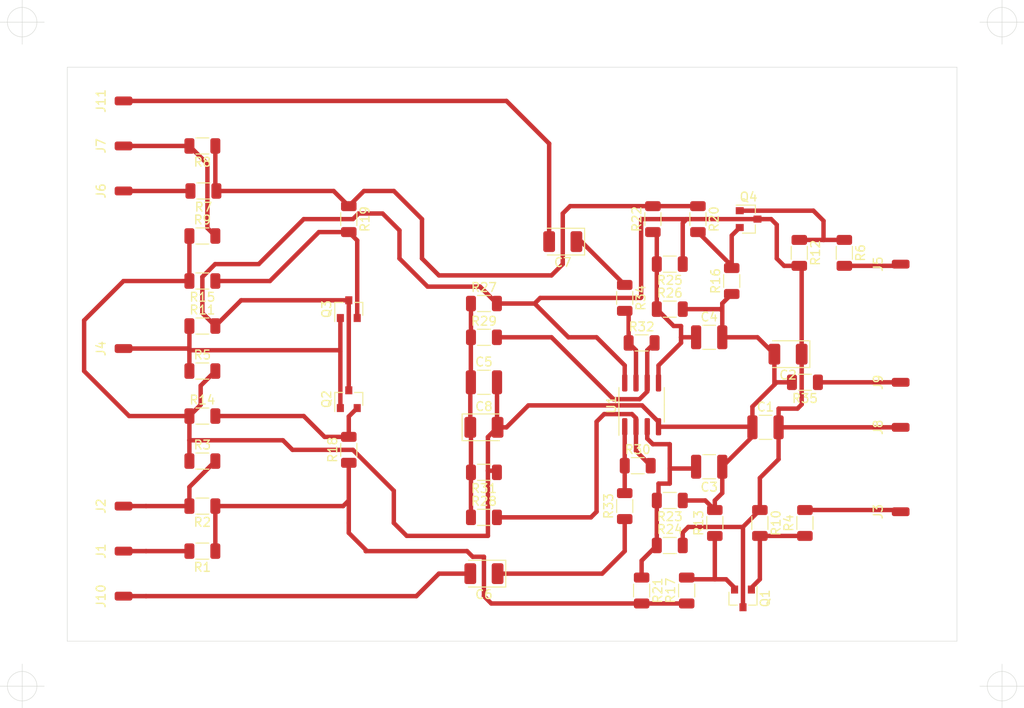
<source format=kicad_pcb>
(kicad_pcb (version 20171130) (host pcbnew "(5.1.10)-1")

  (general
    (thickness 1.6)
    (drawings 8)
    (tracks 251)
    (zones 0)
    (modules 59)
    (nets 30)
  )

  (page A4)
  (layers
    (0 F.Cu signal)
    (31 B.Cu signal)
    (32 B.Adhes user)
    (33 F.Adhes user)
    (34 B.Paste user)
    (35 F.Paste user)
    (36 B.SilkS user)
    (37 F.SilkS user)
    (38 B.Mask user)
    (39 F.Mask user)
    (40 Dwgs.User user)
    (41 Cmts.User user)
    (42 Eco1.User user)
    (43 Eco2.User user)
    (44 Edge.Cuts user)
    (45 Margin user)
    (46 B.CrtYd user)
    (47 F.CrtYd user)
    (48 B.Fab user)
    (49 F.Fab user)
  )

  (setup
    (last_trace_width 0.5)
    (user_trace_width 0.5)
    (trace_clearance 0.2)
    (zone_clearance 0.508)
    (zone_45_only no)
    (trace_min 0.2)
    (via_size 0.8)
    (via_drill 0.4)
    (via_min_size 0.4)
    (via_min_drill 0.3)
    (uvia_size 0.3)
    (uvia_drill 0.1)
    (uvias_allowed no)
    (uvia_min_size 0.2)
    (uvia_min_drill 0.1)
    (edge_width 0.05)
    (segment_width 0.2)
    (pcb_text_width 0.3)
    (pcb_text_size 1.5 1.5)
    (mod_edge_width 0.12)
    (mod_text_size 1 1)
    (mod_text_width 0.15)
    (pad_size 1.524 1.524)
    (pad_drill 0.762)
    (pad_to_mask_clearance 0)
    (aux_axis_origin 0 0)
    (visible_elements 7FFFFFFF)
    (pcbplotparams
      (layerselection 0x010fc_ffffffff)
      (usegerberextensions false)
      (usegerberattributes true)
      (usegerberadvancedattributes true)
      (creategerberjobfile true)
      (excludeedgelayer true)
      (linewidth 0.100000)
      (plotframeref false)
      (viasonmask false)
      (mode 1)
      (useauxorigin false)
      (hpglpennumber 1)
      (hpglpenspeed 20)
      (hpglpendiameter 15.000000)
      (psnegative false)
      (psa4output false)
      (plotreference true)
      (plotvalue true)
      (plotinvisibletext false)
      (padsonsilk false)
      (subtractmaskfromsilk false)
      (outputformat 1)
      (mirror false)
      (drillshape 1)
      (scaleselection 1)
      (outputdirectory ""))
  )

  (net 0 "")
  (net 1 +5V)
  (net 2 GND)
  (net 3 "Net-(C3-Pad2)")
  (net 4 "Net-(C4-Pad1)")
  (net 5 "Net-(C5-Pad1)")
  (net 6 "Net-(C6-Pad2)")
  (net 7 "Net-(C6-Pad1)")
  (net 8 "Net-(C7-Pad2)")
  (net 9 "Net-(C7-Pad1)")
  (net 10 "Net-(J1-Pad1)")
  (net 11 "Net-(J2-Pad1)")
  (net 12 "Net-(J3-Pad1)")
  (net 13 "Net-(J4-Pad1)")
  (net 14 "Net-(J5-Pad1)")
  (net 15 "Net-(J6-Pad1)")
  (net 16 "Net-(J7-Pad1)")
  (net 17 "Net-(Q1-Pad2)")
  (net 18 "Net-(Q1-Pad1)")
  (net 19 "Net-(Q4-Pad1)")
  (net 20 "Net-(R1-Pad1)")
  (net 21 "Net-(R19-Pad1)")
  (net 22 "Net-(R28-Pad2)")
  (net 23 "Net-(R29-Pad2)")
  (net 24 "Net-(R30-Pad1)")
  (net 25 "Net-(R32-Pad1)")
  (net 26 "Net-(J9-Pad1)")
  (net 27 "Net-(Q2-Pad2)")
  (net 28 "Net-(Q3-Pad2)")
  (net 29 "Net-(Q4-Pad2)")

  (net_class Default "This is the default net class."
    (clearance 0.2)
    (trace_width 0.25)
    (via_dia 0.8)
    (via_drill 0.4)
    (uvia_dia 0.3)
    (uvia_drill 0.1)
    (add_net +5V)
    (add_net GND)
    (add_net "Net-(C3-Pad2)")
    (add_net "Net-(C4-Pad1)")
    (add_net "Net-(C5-Pad1)")
    (add_net "Net-(C6-Pad1)")
    (add_net "Net-(C6-Pad2)")
    (add_net "Net-(C7-Pad1)")
    (add_net "Net-(C7-Pad2)")
    (add_net "Net-(J1-Pad1)")
    (add_net "Net-(J2-Pad1)")
    (add_net "Net-(J3-Pad1)")
    (add_net "Net-(J4-Pad1)")
    (add_net "Net-(J5-Pad1)")
    (add_net "Net-(J6-Pad1)")
    (add_net "Net-(J7-Pad1)")
    (add_net "Net-(J9-Pad1)")
    (add_net "Net-(Q1-Pad1)")
    (add_net "Net-(Q1-Pad2)")
    (add_net "Net-(Q2-Pad2)")
    (add_net "Net-(Q3-Pad2)")
    (add_net "Net-(Q4-Pad1)")
    (add_net "Net-(Q4-Pad2)")
    (add_net "Net-(R1-Pad1)")
    (add_net "Net-(R19-Pad1)")
    (add_net "Net-(R28-Pad2)")
    (add_net "Net-(R29-Pad2)")
    (add_net "Net-(R30-Pad1)")
    (add_net "Net-(R32-Pad1)")
  )

  (module Package_TO_SOT_SMD:SOT-23 (layer F.Cu) (tedit 5A02FF57) (tstamp 61843618)
    (at 88.265 52.705)
    (descr "SOT-23, Standard")
    (tags SOT-23)
    (path /61ABF4FE)
    (attr smd)
    (fp_text reference Q4 (at 0 -2.5) (layer F.SilkS)
      (effects (font (size 1 1) (thickness 0.15)))
    )
    (fp_text value MMBT3904 (at 0 2.5) (layer F.Fab)
      (effects (font (size 1 1) (thickness 0.15)))
    )
    (fp_text user %R (at 0 0 90) (layer F.Fab)
      (effects (font (size 0.5 0.5) (thickness 0.075)))
    )
    (fp_line (start -0.7 -0.95) (end -0.7 1.5) (layer F.Fab) (width 0.1))
    (fp_line (start -0.15 -1.52) (end 0.7 -1.52) (layer F.Fab) (width 0.1))
    (fp_line (start -0.7 -0.95) (end -0.15 -1.52) (layer F.Fab) (width 0.1))
    (fp_line (start 0.7 -1.52) (end 0.7 1.52) (layer F.Fab) (width 0.1))
    (fp_line (start -0.7 1.52) (end 0.7 1.52) (layer F.Fab) (width 0.1))
    (fp_line (start 0.76 1.58) (end 0.76 0.65) (layer F.SilkS) (width 0.12))
    (fp_line (start 0.76 -1.58) (end 0.76 -0.65) (layer F.SilkS) (width 0.12))
    (fp_line (start -1.7 -1.75) (end 1.7 -1.75) (layer F.CrtYd) (width 0.05))
    (fp_line (start 1.7 -1.75) (end 1.7 1.75) (layer F.CrtYd) (width 0.05))
    (fp_line (start 1.7 1.75) (end -1.7 1.75) (layer F.CrtYd) (width 0.05))
    (fp_line (start -1.7 1.75) (end -1.7 -1.75) (layer F.CrtYd) (width 0.05))
    (fp_line (start 0.76 -1.58) (end -1.4 -1.58) (layer F.SilkS) (width 0.12))
    (fp_line (start 0.76 1.58) (end -0.7 1.58) (layer F.SilkS) (width 0.12))
    (pad 3 smd rect (at 1 0) (size 0.9 0.8) (layers F.Cu F.Paste F.Mask)
      (net 1 +5V))
    (pad 2 smd rect (at -1 0.95) (size 0.9 0.8) (layers F.Cu F.Paste F.Mask)
      (net 29 "Net-(Q4-Pad2)"))
    (pad 1 smd rect (at -1 -0.95) (size 0.9 0.8) (layers F.Cu F.Paste F.Mask)
      (net 19 "Net-(Q4-Pad1)"))
    (model ${KISYS3DMOD}/Package_TO_SOT_SMD.3dshapes/SOT-23.wrl
      (at (xyz 0 0 0))
      (scale (xyz 1 1 1))
      (rotate (xyz 0 0 0))
    )
  )

  (module Package_TO_SOT_SMD:SOT-23 (layer F.Cu) (tedit 5A02FF57) (tstamp 61843603)
    (at 43.18 62.865 90)
    (descr "SOT-23, Standard")
    (tags SOT-23)
    (path /61ABE08F)
    (attr smd)
    (fp_text reference Q3 (at 0 -2.5 90) (layer F.SilkS)
      (effects (font (size 1 1) (thickness 0.15)))
    )
    (fp_text value MMBT3904 (at 0 2.5 90) (layer F.Fab)
      (effects (font (size 1 1) (thickness 0.15)))
    )
    (fp_text user %R (at 0 0) (layer F.Fab)
      (effects (font (size 0.5 0.5) (thickness 0.075)))
    )
    (fp_line (start -0.7 -0.95) (end -0.7 1.5) (layer F.Fab) (width 0.1))
    (fp_line (start -0.15 -1.52) (end 0.7 -1.52) (layer F.Fab) (width 0.1))
    (fp_line (start -0.7 -0.95) (end -0.15 -1.52) (layer F.Fab) (width 0.1))
    (fp_line (start 0.7 -1.52) (end 0.7 1.52) (layer F.Fab) (width 0.1))
    (fp_line (start -0.7 1.52) (end 0.7 1.52) (layer F.Fab) (width 0.1))
    (fp_line (start 0.76 1.58) (end 0.76 0.65) (layer F.SilkS) (width 0.12))
    (fp_line (start 0.76 -1.58) (end 0.76 -0.65) (layer F.SilkS) (width 0.12))
    (fp_line (start -1.7 -1.75) (end 1.7 -1.75) (layer F.CrtYd) (width 0.05))
    (fp_line (start 1.7 -1.75) (end 1.7 1.75) (layer F.CrtYd) (width 0.05))
    (fp_line (start 1.7 1.75) (end -1.7 1.75) (layer F.CrtYd) (width 0.05))
    (fp_line (start -1.7 1.75) (end -1.7 -1.75) (layer F.CrtYd) (width 0.05))
    (fp_line (start 0.76 -1.58) (end -1.4 -1.58) (layer F.SilkS) (width 0.12))
    (fp_line (start 0.76 1.58) (end -0.7 1.58) (layer F.SilkS) (width 0.12))
    (pad 3 smd rect (at 1 0 90) (size 0.9 0.8) (layers F.Cu F.Paste F.Mask)
      (net 1 +5V))
    (pad 2 smd rect (at -1 0.95 90) (size 0.9 0.8) (layers F.Cu F.Paste F.Mask)
      (net 28 "Net-(Q3-Pad2)"))
    (pad 1 smd rect (at -1 -0.95 90) (size 0.9 0.8) (layers F.Cu F.Paste F.Mask)
      (net 13 "Net-(J4-Pad1)"))
    (model ${KISYS3DMOD}/Package_TO_SOT_SMD.3dshapes/SOT-23.wrl
      (at (xyz 0 0 0))
      (scale (xyz 1 1 1))
      (rotate (xyz 0 0 0))
    )
  )

  (module Package_TO_SOT_SMD:SOT-23 (layer F.Cu) (tedit 5A02FF57) (tstamp 618435EE)
    (at 43.18 73.025 90)
    (descr "SOT-23, Standard")
    (tags SOT-23)
    (path /61AB5C5E)
    (attr smd)
    (fp_text reference Q2 (at 0 -2.5 90) (layer F.SilkS)
      (effects (font (size 1 1) (thickness 0.15)))
    )
    (fp_text value MMBT3904 (at 0 2.5 90) (layer F.Fab)
      (effects (font (size 1 1) (thickness 0.15)))
    )
    (fp_text user %R (at 0 0) (layer F.Fab)
      (effects (font (size 0.5 0.5) (thickness 0.075)))
    )
    (fp_line (start -0.7 -0.95) (end -0.7 1.5) (layer F.Fab) (width 0.1))
    (fp_line (start -0.15 -1.52) (end 0.7 -1.52) (layer F.Fab) (width 0.1))
    (fp_line (start -0.7 -0.95) (end -0.15 -1.52) (layer F.Fab) (width 0.1))
    (fp_line (start 0.7 -1.52) (end 0.7 1.52) (layer F.Fab) (width 0.1))
    (fp_line (start -0.7 1.52) (end 0.7 1.52) (layer F.Fab) (width 0.1))
    (fp_line (start 0.76 1.58) (end 0.76 0.65) (layer F.SilkS) (width 0.12))
    (fp_line (start 0.76 -1.58) (end 0.76 -0.65) (layer F.SilkS) (width 0.12))
    (fp_line (start -1.7 -1.75) (end 1.7 -1.75) (layer F.CrtYd) (width 0.05))
    (fp_line (start 1.7 -1.75) (end 1.7 1.75) (layer F.CrtYd) (width 0.05))
    (fp_line (start 1.7 1.75) (end -1.7 1.75) (layer F.CrtYd) (width 0.05))
    (fp_line (start -1.7 1.75) (end -1.7 -1.75) (layer F.CrtYd) (width 0.05))
    (fp_line (start 0.76 -1.58) (end -1.4 -1.58) (layer F.SilkS) (width 0.12))
    (fp_line (start 0.76 1.58) (end -0.7 1.58) (layer F.SilkS) (width 0.12))
    (pad 3 smd rect (at 1 0 90) (size 0.9 0.8) (layers F.Cu F.Paste F.Mask)
      (net 1 +5V))
    (pad 2 smd rect (at -1 0.95 90) (size 0.9 0.8) (layers F.Cu F.Paste F.Mask)
      (net 27 "Net-(Q2-Pad2)"))
    (pad 1 smd rect (at -1 -0.95 90) (size 0.9 0.8) (layers F.Cu F.Paste F.Mask)
      (net 13 "Net-(J4-Pad1)"))
    (model ${KISYS3DMOD}/Package_TO_SOT_SMD.3dshapes/SOT-23.wrl
      (at (xyz 0 0 0))
      (scale (xyz 1 1 1))
      (rotate (xyz 0 0 0))
    )
  )

  (module Package_TO_SOT_SMD:SOT-23 (layer F.Cu) (tedit 5A02FF57) (tstamp 618435D9)
    (at 87.63 95.504 270)
    (descr "SOT-23, Standard")
    (tags SOT-23)
    (path /61AADB55)
    (attr smd)
    (fp_text reference Q1 (at 0 -2.5 90) (layer F.SilkS)
      (effects (font (size 1 1) (thickness 0.15)))
    )
    (fp_text value MMBT3904 (at 0 2.5 90) (layer F.Fab)
      (effects (font (size 1 1) (thickness 0.15)))
    )
    (fp_text user %R (at 0 0) (layer F.Fab)
      (effects (font (size 0.5 0.5) (thickness 0.075)))
    )
    (fp_line (start -0.7 -0.95) (end -0.7 1.5) (layer F.Fab) (width 0.1))
    (fp_line (start -0.15 -1.52) (end 0.7 -1.52) (layer F.Fab) (width 0.1))
    (fp_line (start -0.7 -0.95) (end -0.15 -1.52) (layer F.Fab) (width 0.1))
    (fp_line (start 0.7 -1.52) (end 0.7 1.52) (layer F.Fab) (width 0.1))
    (fp_line (start -0.7 1.52) (end 0.7 1.52) (layer F.Fab) (width 0.1))
    (fp_line (start 0.76 1.58) (end 0.76 0.65) (layer F.SilkS) (width 0.12))
    (fp_line (start 0.76 -1.58) (end 0.76 -0.65) (layer F.SilkS) (width 0.12))
    (fp_line (start -1.7 -1.75) (end 1.7 -1.75) (layer F.CrtYd) (width 0.05))
    (fp_line (start 1.7 -1.75) (end 1.7 1.75) (layer F.CrtYd) (width 0.05))
    (fp_line (start 1.7 1.75) (end -1.7 1.75) (layer F.CrtYd) (width 0.05))
    (fp_line (start -1.7 1.75) (end -1.7 -1.75) (layer F.CrtYd) (width 0.05))
    (fp_line (start 0.76 -1.58) (end -1.4 -1.58) (layer F.SilkS) (width 0.12))
    (fp_line (start 0.76 1.58) (end -0.7 1.58) (layer F.SilkS) (width 0.12))
    (pad 3 smd rect (at 1 0 270) (size 0.9 0.8) (layers F.Cu F.Paste F.Mask)
      (net 1 +5V))
    (pad 2 smd rect (at -1 0.95 270) (size 0.9 0.8) (layers F.Cu F.Paste F.Mask)
      (net 17 "Net-(Q1-Pad2)"))
    (pad 1 smd rect (at -1 -0.95 270) (size 0.9 0.8) (layers F.Cu F.Paste F.Mask)
      (net 18 "Net-(Q1-Pad1)"))
    (model ${KISYS3DMOD}/Package_TO_SOT_SMD.3dshapes/SOT-23.wrl
      (at (xyz 0 0 0))
      (scale (xyz 1 1 1))
      (rotate (xyz 0 0 0))
    )
  )

  (module Package_SO:SOIC-8_3.9x4.9mm_P1.27mm (layer F.Cu) (tedit 5D9F72B1) (tstamp 61827A2D)
    (at 76.2 73.66 90)
    (descr "SOIC, 8 Pin (JEDEC MS-012AA, https://www.analog.com/media/en/package-pcb-resources/package/pkg_pdf/soic_narrow-r/r_8.pdf), generated with kicad-footprint-generator ipc_gullwing_generator.py")
    (tags "SOIC SO")
    (path /61855B01)
    (attr smd)
    (fp_text reference U1 (at 0 -3.4 90) (layer F.SilkS)
      (effects (font (size 1 1) (thickness 0.15)))
    )
    (fp_text value RC4558 (at 0 3.4 90) (layer F.Fab)
      (effects (font (size 1 1) (thickness 0.15)))
    )
    (fp_line (start 3.7 -2.7) (end -3.7 -2.7) (layer F.CrtYd) (width 0.05))
    (fp_line (start 3.7 2.7) (end 3.7 -2.7) (layer F.CrtYd) (width 0.05))
    (fp_line (start -3.7 2.7) (end 3.7 2.7) (layer F.CrtYd) (width 0.05))
    (fp_line (start -3.7 -2.7) (end -3.7 2.7) (layer F.CrtYd) (width 0.05))
    (fp_line (start -1.95 -1.475) (end -0.975 -2.45) (layer F.Fab) (width 0.1))
    (fp_line (start -1.95 2.45) (end -1.95 -1.475) (layer F.Fab) (width 0.1))
    (fp_line (start 1.95 2.45) (end -1.95 2.45) (layer F.Fab) (width 0.1))
    (fp_line (start 1.95 -2.45) (end 1.95 2.45) (layer F.Fab) (width 0.1))
    (fp_line (start -0.975 -2.45) (end 1.95 -2.45) (layer F.Fab) (width 0.1))
    (fp_line (start 0 -2.56) (end -3.45 -2.56) (layer F.SilkS) (width 0.12))
    (fp_line (start 0 -2.56) (end 1.95 -2.56) (layer F.SilkS) (width 0.12))
    (fp_line (start 0 2.56) (end -1.95 2.56) (layer F.SilkS) (width 0.12))
    (fp_line (start 0 2.56) (end 1.95 2.56) (layer F.SilkS) (width 0.12))
    (fp_text user %R (at 0 0 90) (layer F.Fab)
      (effects (font (size 0.98 0.98) (thickness 0.15)))
    )
    (pad 8 smd roundrect (at 2.475 -1.905 90) (size 1.95 0.6) (layers F.Cu F.Paste F.Mask) (roundrect_rratio 0.25)
      (net 1 +5V))
    (pad 7 smd roundrect (at 2.475 -0.635 90) (size 1.95 0.6) (layers F.Cu F.Paste F.Mask) (roundrect_rratio 0.25)
      (net 25 "Net-(R32-Pad1)"))
    (pad 6 smd roundrect (at 2.475 0.635 90) (size 1.95 0.6) (layers F.Cu F.Paste F.Mask) (roundrect_rratio 0.25)
      (net 23 "Net-(R29-Pad2)"))
    (pad 5 smd roundrect (at 2.475 1.905 90) (size 1.95 0.6) (layers F.Cu F.Paste F.Mask) (roundrect_rratio 0.25)
      (net 4 "Net-(C4-Pad1)"))
    (pad 4 smd roundrect (at -2.475 1.905 90) (size 1.95 0.6) (layers F.Cu F.Paste F.Mask) (roundrect_rratio 0.25)
      (net 2 GND))
    (pad 3 smd roundrect (at -2.475 0.635 90) (size 1.95 0.6) (layers F.Cu F.Paste F.Mask) (roundrect_rratio 0.25)
      (net 3 "Net-(C3-Pad2)"))
    (pad 2 smd roundrect (at -2.475 -0.635 90) (size 1.95 0.6) (layers F.Cu F.Paste F.Mask) (roundrect_rratio 0.25)
      (net 22 "Net-(R28-Pad2)"))
    (pad 1 smd roundrect (at -2.475 -1.905 90) (size 1.95 0.6) (layers F.Cu F.Paste F.Mask) (roundrect_rratio 0.25)
      (net 24 "Net-(R30-Pad1)"))
    (model ${KISYS3DMOD}/Package_SO.3dshapes/SOIC-8_3.9x4.9mm_P1.27mm.wrl
      (at (xyz 0 0 0))
      (scale (xyz 1 1 1))
      (rotate (xyz 0 0 0))
    )
  )

  (module Resistor_SMD:R_1206_3216Metric (layer F.Cu) (tedit 5F68FEEE) (tstamp 618360FA)
    (at 94.615 71.12 180)
    (descr "Resistor SMD 1206 (3216 Metric), square (rectangular) end terminal, IPC_7351 nominal, (Body size source: IPC-SM-782 page 72, https://www.pcb-3d.com/wordpress/wp-content/uploads/ipc-sm-782a_amendment_1_and_2.pdf), generated with kicad-footprint-generator")
    (tags resistor)
    (path /61960AA8)
    (attr smd)
    (fp_text reference R35 (at 0 -1.82) (layer F.SilkS)
      (effects (font (size 1 1) (thickness 0.15)))
    )
    (fp_text value R (at 0 1.82) (layer F.Fab)
      (effects (font (size 1 1) (thickness 0.15)))
    )
    (fp_line (start 2.28 1.12) (end -2.28 1.12) (layer F.CrtYd) (width 0.05))
    (fp_line (start 2.28 -1.12) (end 2.28 1.12) (layer F.CrtYd) (width 0.05))
    (fp_line (start -2.28 -1.12) (end 2.28 -1.12) (layer F.CrtYd) (width 0.05))
    (fp_line (start -2.28 1.12) (end -2.28 -1.12) (layer F.CrtYd) (width 0.05))
    (fp_line (start -0.727064 0.91) (end 0.727064 0.91) (layer F.SilkS) (width 0.12))
    (fp_line (start -0.727064 -0.91) (end 0.727064 -0.91) (layer F.SilkS) (width 0.12))
    (fp_line (start 1.6 0.8) (end -1.6 0.8) (layer F.Fab) (width 0.1))
    (fp_line (start 1.6 -0.8) (end 1.6 0.8) (layer F.Fab) (width 0.1))
    (fp_line (start -1.6 -0.8) (end 1.6 -0.8) (layer F.Fab) (width 0.1))
    (fp_line (start -1.6 0.8) (end -1.6 -0.8) (layer F.Fab) (width 0.1))
    (fp_text user %R (at 0 0) (layer F.Fab)
      (effects (font (size 0.8 0.8) (thickness 0.12)))
    )
    (pad 2 smd roundrect (at 1.4625 0 180) (size 1.125 1.75) (layers F.Cu F.Paste F.Mask) (roundrect_rratio 0.222222)
      (net 2 GND))
    (pad 1 smd roundrect (at -1.4625 0 180) (size 1.125 1.75) (layers F.Cu F.Paste F.Mask) (roundrect_rratio 0.222222)
      (net 26 "Net-(J9-Pad1)"))
    (model ${KISYS3DMOD}/Resistor_SMD.3dshapes/R_1206_3216Metric.wrl
      (at (xyz 0 0 0))
      (scale (xyz 1 1 1))
      (rotate (xyz 0 0 0))
    )
  )

  (module Resistor_SMD:R_1206_3216Metric (layer F.Cu) (tedit 5F68FEEE) (tstamp 61827A0E)
    (at 74.295 61.595 270)
    (descr "Resistor SMD 1206 (3216 Metric), square (rectangular) end terminal, IPC_7351 nominal, (Body size source: IPC-SM-782 page 72, https://www.pcb-3d.com/wordpress/wp-content/uploads/ipc-sm-782a_amendment_1_and_2.pdf), generated with kicad-footprint-generator")
    (tags resistor)
    (path /6183D3E4)
    (attr smd)
    (fp_text reference R34 (at 0 -1.82 90) (layer F.SilkS)
      (effects (font (size 1 1) (thickness 0.15)))
    )
    (fp_text value 100 (at 0 1.82 90) (layer F.Fab)
      (effects (font (size 1 1) (thickness 0.15)))
    )
    (fp_line (start 2.28 1.12) (end -2.28 1.12) (layer F.CrtYd) (width 0.05))
    (fp_line (start 2.28 -1.12) (end 2.28 1.12) (layer F.CrtYd) (width 0.05))
    (fp_line (start -2.28 -1.12) (end 2.28 -1.12) (layer F.CrtYd) (width 0.05))
    (fp_line (start -2.28 1.12) (end -2.28 -1.12) (layer F.CrtYd) (width 0.05))
    (fp_line (start -0.727064 0.91) (end 0.727064 0.91) (layer F.SilkS) (width 0.12))
    (fp_line (start -0.727064 -0.91) (end 0.727064 -0.91) (layer F.SilkS) (width 0.12))
    (fp_line (start 1.6 0.8) (end -1.6 0.8) (layer F.Fab) (width 0.1))
    (fp_line (start 1.6 -0.8) (end 1.6 0.8) (layer F.Fab) (width 0.1))
    (fp_line (start -1.6 -0.8) (end 1.6 -0.8) (layer F.Fab) (width 0.1))
    (fp_line (start -1.6 0.8) (end -1.6 -0.8) (layer F.Fab) (width 0.1))
    (fp_text user %R (at 0 0 90) (layer F.Fab)
      (effects (font (size 0.8 0.8) (thickness 0.12)))
    )
    (pad 2 smd roundrect (at 1.4625 0 270) (size 1.125 1.75) (layers F.Cu F.Paste F.Mask) (roundrect_rratio 0.222222)
      (net 25 "Net-(R32-Pad1)"))
    (pad 1 smd roundrect (at -1.4625 0 270) (size 1.125 1.75) (layers F.Cu F.Paste F.Mask) (roundrect_rratio 0.222222)
      (net 9 "Net-(C7-Pad1)"))
    (model ${KISYS3DMOD}/Resistor_SMD.3dshapes/R_1206_3216Metric.wrl
      (at (xyz 0 0 0))
      (scale (xyz 1 1 1))
      (rotate (xyz 0 0 0))
    )
  )

  (module Resistor_SMD:R_1206_3216Metric (layer F.Cu) (tedit 5F68FEEE) (tstamp 618279FD)
    (at 74.295 85.09 90)
    (descr "Resistor SMD 1206 (3216 Metric), square (rectangular) end terminal, IPC_7351 nominal, (Body size source: IPC-SM-782 page 72, https://www.pcb-3d.com/wordpress/wp-content/uploads/ipc-sm-782a_amendment_1_and_2.pdf), generated with kicad-footprint-generator")
    (tags resistor)
    (path /6183B7F0)
    (attr smd)
    (fp_text reference R33 (at 0 -1.82 90) (layer F.SilkS)
      (effects (font (size 1 1) (thickness 0.15)))
    )
    (fp_text value 100 (at 0 1.82 90) (layer F.Fab)
      (effects (font (size 1 1) (thickness 0.15)))
    )
    (fp_line (start 2.28 1.12) (end -2.28 1.12) (layer F.CrtYd) (width 0.05))
    (fp_line (start 2.28 -1.12) (end 2.28 1.12) (layer F.CrtYd) (width 0.05))
    (fp_line (start -2.28 -1.12) (end 2.28 -1.12) (layer F.CrtYd) (width 0.05))
    (fp_line (start -2.28 1.12) (end -2.28 -1.12) (layer F.CrtYd) (width 0.05))
    (fp_line (start -0.727064 0.91) (end 0.727064 0.91) (layer F.SilkS) (width 0.12))
    (fp_line (start -0.727064 -0.91) (end 0.727064 -0.91) (layer F.SilkS) (width 0.12))
    (fp_line (start 1.6 0.8) (end -1.6 0.8) (layer F.Fab) (width 0.1))
    (fp_line (start 1.6 -0.8) (end 1.6 0.8) (layer F.Fab) (width 0.1))
    (fp_line (start -1.6 -0.8) (end 1.6 -0.8) (layer F.Fab) (width 0.1))
    (fp_line (start -1.6 0.8) (end -1.6 -0.8) (layer F.Fab) (width 0.1))
    (fp_text user %R (at 0 0 90) (layer F.Fab)
      (effects (font (size 0.8 0.8) (thickness 0.12)))
    )
    (pad 2 smd roundrect (at 1.4625 0 90) (size 1.125 1.75) (layers F.Cu F.Paste F.Mask) (roundrect_rratio 0.222222)
      (net 24 "Net-(R30-Pad1)"))
    (pad 1 smd roundrect (at -1.4625 0 90) (size 1.125 1.75) (layers F.Cu F.Paste F.Mask) (roundrect_rratio 0.222222)
      (net 7 "Net-(C6-Pad1)"))
    (model ${KISYS3DMOD}/Resistor_SMD.3dshapes/R_1206_3216Metric.wrl
      (at (xyz 0 0 0))
      (scale (xyz 1 1 1))
      (rotate (xyz 0 0 0))
    )
  )

  (module Resistor_SMD:R_1206_3216Metric (layer F.Cu) (tedit 5F68FEEE) (tstamp 618279EC)
    (at 76.2 66.675)
    (descr "Resistor SMD 1206 (3216 Metric), square (rectangular) end terminal, IPC_7351 nominal, (Body size source: IPC-SM-782 page 72, https://www.pcb-3d.com/wordpress/wp-content/uploads/ipc-sm-782a_amendment_1_and_2.pdf), generated with kicad-footprint-generator")
    (tags resistor)
    (path /6183E49B)
    (attr smd)
    (fp_text reference R32 (at 0 -1.82) (layer F.SilkS)
      (effects (font (size 1 1) (thickness 0.15)))
    )
    (fp_text value 10k (at 0 1.82) (layer F.Fab)
      (effects (font (size 1 1) (thickness 0.15)))
    )
    (fp_line (start 2.28 1.12) (end -2.28 1.12) (layer F.CrtYd) (width 0.05))
    (fp_line (start 2.28 -1.12) (end 2.28 1.12) (layer F.CrtYd) (width 0.05))
    (fp_line (start -2.28 -1.12) (end 2.28 -1.12) (layer F.CrtYd) (width 0.05))
    (fp_line (start -2.28 1.12) (end -2.28 -1.12) (layer F.CrtYd) (width 0.05))
    (fp_line (start -0.727064 0.91) (end 0.727064 0.91) (layer F.SilkS) (width 0.12))
    (fp_line (start -0.727064 -0.91) (end 0.727064 -0.91) (layer F.SilkS) (width 0.12))
    (fp_line (start 1.6 0.8) (end -1.6 0.8) (layer F.Fab) (width 0.1))
    (fp_line (start 1.6 -0.8) (end 1.6 0.8) (layer F.Fab) (width 0.1))
    (fp_line (start -1.6 -0.8) (end 1.6 -0.8) (layer F.Fab) (width 0.1))
    (fp_line (start -1.6 0.8) (end -1.6 -0.8) (layer F.Fab) (width 0.1))
    (fp_text user %R (at 0 0) (layer F.Fab)
      (effects (font (size 0.8 0.8) (thickness 0.12)))
    )
    (pad 2 smd roundrect (at 1.4625 0) (size 1.125 1.75) (layers F.Cu F.Paste F.Mask) (roundrect_rratio 0.222222)
      (net 23 "Net-(R29-Pad2)"))
    (pad 1 smd roundrect (at -1.4625 0) (size 1.125 1.75) (layers F.Cu F.Paste F.Mask) (roundrect_rratio 0.222222)
      (net 25 "Net-(R32-Pad1)"))
    (model ${KISYS3DMOD}/Resistor_SMD.3dshapes/R_1206_3216Metric.wrl
      (at (xyz 0 0 0))
      (scale (xyz 1 1 1))
      (rotate (xyz 0 0 0))
    )
  )

  (module Resistor_SMD:R_1206_3216Metric (layer F.Cu) (tedit 5F68FEEE) (tstamp 618279DB)
    (at 58.42 81.28 180)
    (descr "Resistor SMD 1206 (3216 Metric), square (rectangular) end terminal, IPC_7351 nominal, (Body size source: IPC-SM-782 page 72, https://www.pcb-3d.com/wordpress/wp-content/uploads/ipc-sm-782a_amendment_1_and_2.pdf), generated with kicad-footprint-generator")
    (tags resistor)
    (path /6183C941)
    (attr smd)
    (fp_text reference R31 (at 0 -1.82) (layer F.SilkS)
      (effects (font (size 1 1) (thickness 0.15)))
    )
    (fp_text value 470 (at 0 1.82) (layer F.Fab)
      (effects (font (size 1 1) (thickness 0.15)))
    )
    (fp_line (start 2.28 1.12) (end -2.28 1.12) (layer F.CrtYd) (width 0.05))
    (fp_line (start 2.28 -1.12) (end 2.28 1.12) (layer F.CrtYd) (width 0.05))
    (fp_line (start -2.28 -1.12) (end 2.28 -1.12) (layer F.CrtYd) (width 0.05))
    (fp_line (start -2.28 1.12) (end -2.28 -1.12) (layer F.CrtYd) (width 0.05))
    (fp_line (start -0.727064 0.91) (end 0.727064 0.91) (layer F.SilkS) (width 0.12))
    (fp_line (start -0.727064 -0.91) (end 0.727064 -0.91) (layer F.SilkS) (width 0.12))
    (fp_line (start 1.6 0.8) (end -1.6 0.8) (layer F.Fab) (width 0.1))
    (fp_line (start 1.6 -0.8) (end 1.6 0.8) (layer F.Fab) (width 0.1))
    (fp_line (start -1.6 -0.8) (end 1.6 -0.8) (layer F.Fab) (width 0.1))
    (fp_line (start -1.6 0.8) (end -1.6 -0.8) (layer F.Fab) (width 0.1))
    (fp_text user %R (at 0 0) (layer F.Fab)
      (effects (font (size 0.8 0.8) (thickness 0.12)))
    )
    (pad 2 smd roundrect (at 1.4625 0 180) (size 1.125 1.75) (layers F.Cu F.Paste F.Mask) (roundrect_rratio 0.222222)
      (net 5 "Net-(C5-Pad1)"))
    (pad 1 smd roundrect (at -1.4625 0 180) (size 1.125 1.75) (layers F.Cu F.Paste F.Mask) (roundrect_rratio 0.222222)
      (net 2 GND))
    (model ${KISYS3DMOD}/Resistor_SMD.3dshapes/R_1206_3216Metric.wrl
      (at (xyz 0 0 0))
      (scale (xyz 1 1 1))
      (rotate (xyz 0 0 0))
    )
  )

  (module Resistor_SMD:R_1206_3216Metric (layer F.Cu) (tedit 5F68FEEE) (tstamp 618279CA)
    (at 75.761083 80.529003)
    (descr "Resistor SMD 1206 (3216 Metric), square (rectangular) end terminal, IPC_7351 nominal, (Body size source: IPC-SM-782 page 72, https://www.pcb-3d.com/wordpress/wp-content/uploads/ipc-sm-782a_amendment_1_and_2.pdf), generated with kicad-footprint-generator")
    (tags resistor)
    (path /6183AB03)
    (attr smd)
    (fp_text reference R30 (at 0 -1.82) (layer F.SilkS)
      (effects (font (size 1 1) (thickness 0.15)))
    )
    (fp_text value 10k (at 0 1.82) (layer F.Fab)
      (effects (font (size 1 1) (thickness 0.15)))
    )
    (fp_line (start 2.28 1.12) (end -2.28 1.12) (layer F.CrtYd) (width 0.05))
    (fp_line (start 2.28 -1.12) (end 2.28 1.12) (layer F.CrtYd) (width 0.05))
    (fp_line (start -2.28 -1.12) (end 2.28 -1.12) (layer F.CrtYd) (width 0.05))
    (fp_line (start -2.28 1.12) (end -2.28 -1.12) (layer F.CrtYd) (width 0.05))
    (fp_line (start -0.727064 0.91) (end 0.727064 0.91) (layer F.SilkS) (width 0.12))
    (fp_line (start -0.727064 -0.91) (end 0.727064 -0.91) (layer F.SilkS) (width 0.12))
    (fp_line (start 1.6 0.8) (end -1.6 0.8) (layer F.Fab) (width 0.1))
    (fp_line (start 1.6 -0.8) (end 1.6 0.8) (layer F.Fab) (width 0.1))
    (fp_line (start -1.6 -0.8) (end 1.6 -0.8) (layer F.Fab) (width 0.1))
    (fp_line (start -1.6 0.8) (end -1.6 -0.8) (layer F.Fab) (width 0.1))
    (fp_text user %R (at 0 0) (layer F.Fab)
      (effects (font (size 0.8 0.8) (thickness 0.12)))
    )
    (pad 2 smd roundrect (at 1.4625 0) (size 1.125 1.75) (layers F.Cu F.Paste F.Mask) (roundrect_rratio 0.222222)
      (net 22 "Net-(R28-Pad2)"))
    (pad 1 smd roundrect (at -1.4625 0) (size 1.125 1.75) (layers F.Cu F.Paste F.Mask) (roundrect_rratio 0.222222)
      (net 24 "Net-(R30-Pad1)"))
    (model ${KISYS3DMOD}/Resistor_SMD.3dshapes/R_1206_3216Metric.wrl
      (at (xyz 0 0 0))
      (scale (xyz 1 1 1))
      (rotate (xyz 0 0 0))
    )
  )

  (module Resistor_SMD:R_1206_3216Metric (layer F.Cu) (tedit 5F68FEEE) (tstamp 618279B9)
    (at 58.42 66.04)
    (descr "Resistor SMD 1206 (3216 Metric), square (rectangular) end terminal, IPC_7351 nominal, (Body size source: IPC-SM-782 page 72, https://www.pcb-3d.com/wordpress/wp-content/uploads/ipc-sm-782a_amendment_1_and_2.pdf), generated with kicad-footprint-generator")
    (tags resistor)
    (path /61839F7C)
    (attr smd)
    (fp_text reference R29 (at 0 -1.82) (layer F.SilkS)
      (effects (font (size 1 1) (thickness 0.15)))
    )
    (fp_text value 2.7k (at 0 1.82) (layer F.Fab)
      (effects (font (size 1 1) (thickness 0.15)))
    )
    (fp_line (start 2.28 1.12) (end -2.28 1.12) (layer F.CrtYd) (width 0.05))
    (fp_line (start 2.28 -1.12) (end 2.28 1.12) (layer F.CrtYd) (width 0.05))
    (fp_line (start -2.28 -1.12) (end 2.28 -1.12) (layer F.CrtYd) (width 0.05))
    (fp_line (start -2.28 1.12) (end -2.28 -1.12) (layer F.CrtYd) (width 0.05))
    (fp_line (start -0.727064 0.91) (end 0.727064 0.91) (layer F.SilkS) (width 0.12))
    (fp_line (start -0.727064 -0.91) (end 0.727064 -0.91) (layer F.SilkS) (width 0.12))
    (fp_line (start 1.6 0.8) (end -1.6 0.8) (layer F.Fab) (width 0.1))
    (fp_line (start 1.6 -0.8) (end 1.6 0.8) (layer F.Fab) (width 0.1))
    (fp_line (start -1.6 -0.8) (end 1.6 -0.8) (layer F.Fab) (width 0.1))
    (fp_line (start -1.6 0.8) (end -1.6 -0.8) (layer F.Fab) (width 0.1))
    (fp_text user %R (at 0 0) (layer F.Fab)
      (effects (font (size 0.8 0.8) (thickness 0.12)))
    )
    (pad 2 smd roundrect (at 1.4625 0) (size 1.125 1.75) (layers F.Cu F.Paste F.Mask) (roundrect_rratio 0.222222)
      (net 23 "Net-(R29-Pad2)"))
    (pad 1 smd roundrect (at -1.4625 0) (size 1.125 1.75) (layers F.Cu F.Paste F.Mask) (roundrect_rratio 0.222222)
      (net 5 "Net-(C5-Pad1)"))
    (model ${KISYS3DMOD}/Resistor_SMD.3dshapes/R_1206_3216Metric.wrl
      (at (xyz 0 0 0))
      (scale (xyz 1 1 1))
      (rotate (xyz 0 0 0))
    )
  )

  (module Resistor_SMD:R_1206_3216Metric (layer F.Cu) (tedit 5F68FEEE) (tstamp 618279A8)
    (at 58.42 86.36)
    (descr "Resistor SMD 1206 (3216 Metric), square (rectangular) end terminal, IPC_7351 nominal, (Body size source: IPC-SM-782 page 72, https://www.pcb-3d.com/wordpress/wp-content/uploads/ipc-sm-782a_amendment_1_and_2.pdf), generated with kicad-footprint-generator")
    (tags resistor)
    (path /6183946D)
    (attr smd)
    (fp_text reference R28 (at 0 -1.82) (layer F.SilkS)
      (effects (font (size 1 1) (thickness 0.15)))
    )
    (fp_text value 2.7k (at 0 1.82) (layer F.Fab)
      (effects (font (size 1 1) (thickness 0.15)))
    )
    (fp_line (start 2.28 1.12) (end -2.28 1.12) (layer F.CrtYd) (width 0.05))
    (fp_line (start 2.28 -1.12) (end 2.28 1.12) (layer F.CrtYd) (width 0.05))
    (fp_line (start -2.28 -1.12) (end 2.28 -1.12) (layer F.CrtYd) (width 0.05))
    (fp_line (start -2.28 1.12) (end -2.28 -1.12) (layer F.CrtYd) (width 0.05))
    (fp_line (start -0.727064 0.91) (end 0.727064 0.91) (layer F.SilkS) (width 0.12))
    (fp_line (start -0.727064 -0.91) (end 0.727064 -0.91) (layer F.SilkS) (width 0.12))
    (fp_line (start 1.6 0.8) (end -1.6 0.8) (layer F.Fab) (width 0.1))
    (fp_line (start 1.6 -0.8) (end 1.6 0.8) (layer F.Fab) (width 0.1))
    (fp_line (start -1.6 -0.8) (end 1.6 -0.8) (layer F.Fab) (width 0.1))
    (fp_line (start -1.6 0.8) (end -1.6 -0.8) (layer F.Fab) (width 0.1))
    (fp_text user %R (at 0 0) (layer F.Fab)
      (effects (font (size 0.8 0.8) (thickness 0.12)))
    )
    (pad 2 smd roundrect (at 1.4625 0) (size 1.125 1.75) (layers F.Cu F.Paste F.Mask) (roundrect_rratio 0.222222)
      (net 22 "Net-(R28-Pad2)"))
    (pad 1 smd roundrect (at -1.4625 0) (size 1.125 1.75) (layers F.Cu F.Paste F.Mask) (roundrect_rratio 0.222222)
      (net 5 "Net-(C5-Pad1)"))
    (model ${KISYS3DMOD}/Resistor_SMD.3dshapes/R_1206_3216Metric.wrl
      (at (xyz 0 0 0))
      (scale (xyz 1 1 1))
      (rotate (xyz 0 0 0))
    )
  )

  (module Resistor_SMD:R_1206_3216Metric (layer F.Cu) (tedit 5F68FEEE) (tstamp 61827997)
    (at 58.42 62.23)
    (descr "Resistor SMD 1206 (3216 Metric), square (rectangular) end terminal, IPC_7351 nominal, (Body size source: IPC-SM-782 page 72, https://www.pcb-3d.com/wordpress/wp-content/uploads/ipc-sm-782a_amendment_1_and_2.pdf), generated with kicad-footprint-generator")
    (tags resistor)
    (path /61838268)
    (attr smd)
    (fp_text reference R27 (at 0 -1.82) (layer F.SilkS)
      (effects (font (size 1 1) (thickness 0.15)))
    )
    (fp_text value 470 (at 0 1.82) (layer F.Fab)
      (effects (font (size 1 1) (thickness 0.15)))
    )
    (fp_line (start 2.28 1.12) (end -2.28 1.12) (layer F.CrtYd) (width 0.05))
    (fp_line (start 2.28 -1.12) (end 2.28 1.12) (layer F.CrtYd) (width 0.05))
    (fp_line (start -2.28 -1.12) (end 2.28 -1.12) (layer F.CrtYd) (width 0.05))
    (fp_line (start -2.28 1.12) (end -2.28 -1.12) (layer F.CrtYd) (width 0.05))
    (fp_line (start -0.727064 0.91) (end 0.727064 0.91) (layer F.SilkS) (width 0.12))
    (fp_line (start -0.727064 -0.91) (end 0.727064 -0.91) (layer F.SilkS) (width 0.12))
    (fp_line (start 1.6 0.8) (end -1.6 0.8) (layer F.Fab) (width 0.1))
    (fp_line (start 1.6 -0.8) (end 1.6 0.8) (layer F.Fab) (width 0.1))
    (fp_line (start -1.6 -0.8) (end 1.6 -0.8) (layer F.Fab) (width 0.1))
    (fp_line (start -1.6 0.8) (end -1.6 -0.8) (layer F.Fab) (width 0.1))
    (fp_text user %R (at 0 0) (layer F.Fab)
      (effects (font (size 0.8 0.8) (thickness 0.12)))
    )
    (pad 2 smd roundrect (at 1.4625 0) (size 1.125 1.75) (layers F.Cu F.Paste F.Mask) (roundrect_rratio 0.222222)
      (net 1 +5V))
    (pad 1 smd roundrect (at -1.4625 0) (size 1.125 1.75) (layers F.Cu F.Paste F.Mask) (roundrect_rratio 0.222222)
      (net 5 "Net-(C5-Pad1)"))
    (model ${KISYS3DMOD}/Resistor_SMD.3dshapes/R_1206_3216Metric.wrl
      (at (xyz 0 0 0))
      (scale (xyz 1 1 1))
      (rotate (xyz 0 0 0))
    )
  )

  (module Resistor_SMD:R_1206_3216Metric (layer F.Cu) (tedit 5F68FEEE) (tstamp 61827986)
    (at 79.375 62.865)
    (descr "Resistor SMD 1206 (3216 Metric), square (rectangular) end terminal, IPC_7351 nominal, (Body size source: IPC-SM-782 page 72, https://www.pcb-3d.com/wordpress/wp-content/uploads/ipc-sm-782a_amendment_1_and_2.pdf), generated with kicad-footprint-generator")
    (tags resistor)
    (path /61837A5A)
    (attr smd)
    (fp_text reference R26 (at 0 -1.82) (layer F.SilkS)
      (effects (font (size 1 1) (thickness 0.15)))
    )
    (fp_text value 4.7k (at 0 1.82) (layer F.Fab)
      (effects (font (size 1 1) (thickness 0.15)))
    )
    (fp_line (start 2.28 1.12) (end -2.28 1.12) (layer F.CrtYd) (width 0.05))
    (fp_line (start 2.28 -1.12) (end 2.28 1.12) (layer F.CrtYd) (width 0.05))
    (fp_line (start -2.28 -1.12) (end 2.28 -1.12) (layer F.CrtYd) (width 0.05))
    (fp_line (start -2.28 1.12) (end -2.28 -1.12) (layer F.CrtYd) (width 0.05))
    (fp_line (start -0.727064 0.91) (end 0.727064 0.91) (layer F.SilkS) (width 0.12))
    (fp_line (start -0.727064 -0.91) (end 0.727064 -0.91) (layer F.SilkS) (width 0.12))
    (fp_line (start 1.6 0.8) (end -1.6 0.8) (layer F.Fab) (width 0.1))
    (fp_line (start 1.6 -0.8) (end 1.6 0.8) (layer F.Fab) (width 0.1))
    (fp_line (start -1.6 -0.8) (end 1.6 -0.8) (layer F.Fab) (width 0.1))
    (fp_line (start -1.6 0.8) (end -1.6 -0.8) (layer F.Fab) (width 0.1))
    (fp_text user %R (at 0 0) (layer F.Fab)
      (effects (font (size 0.8 0.8) (thickness 0.12)))
    )
    (pad 2 smd roundrect (at 1.4625 0) (size 1.125 1.75) (layers F.Cu F.Paste F.Mask) (roundrect_rratio 0.222222)
      (net 2 GND))
    (pad 1 smd roundrect (at -1.4625 0) (size 1.125 1.75) (layers F.Cu F.Paste F.Mask) (roundrect_rratio 0.222222)
      (net 4 "Net-(C4-Pad1)"))
    (model ${KISYS3DMOD}/Resistor_SMD.3dshapes/R_1206_3216Metric.wrl
      (at (xyz 0 0 0))
      (scale (xyz 1 1 1))
      (rotate (xyz 0 0 0))
    )
  )

  (module Resistor_SMD:R_1206_3216Metric (layer F.Cu) (tedit 5F68FEEE) (tstamp 61827975)
    (at 79.375 57.785 180)
    (descr "Resistor SMD 1206 (3216 Metric), square (rectangular) end terminal, IPC_7351 nominal, (Body size source: IPC-SM-782 page 72, https://www.pcb-3d.com/wordpress/wp-content/uploads/ipc-sm-782a_amendment_1_and_2.pdf), generated with kicad-footprint-generator")
    (tags resistor)
    (path /61836F47)
    (attr smd)
    (fp_text reference R25 (at 0 -1.82) (layer F.SilkS)
      (effects (font (size 1 1) (thickness 0.15)))
    )
    (fp_text value 1k (at 0 1.82) (layer F.Fab)
      (effects (font (size 1 1) (thickness 0.15)))
    )
    (fp_line (start 2.28 1.12) (end -2.28 1.12) (layer F.CrtYd) (width 0.05))
    (fp_line (start 2.28 -1.12) (end 2.28 1.12) (layer F.CrtYd) (width 0.05))
    (fp_line (start -2.28 -1.12) (end 2.28 -1.12) (layer F.CrtYd) (width 0.05))
    (fp_line (start -2.28 1.12) (end -2.28 -1.12) (layer F.CrtYd) (width 0.05))
    (fp_line (start -0.727064 0.91) (end 0.727064 0.91) (layer F.SilkS) (width 0.12))
    (fp_line (start -0.727064 -0.91) (end 0.727064 -0.91) (layer F.SilkS) (width 0.12))
    (fp_line (start 1.6 0.8) (end -1.6 0.8) (layer F.Fab) (width 0.1))
    (fp_line (start 1.6 -0.8) (end 1.6 0.8) (layer F.Fab) (width 0.1))
    (fp_line (start -1.6 -0.8) (end 1.6 -0.8) (layer F.Fab) (width 0.1))
    (fp_line (start -1.6 0.8) (end -1.6 -0.8) (layer F.Fab) (width 0.1))
    (fp_text user %R (at 0 0) (layer F.Fab)
      (effects (font (size 0.8 0.8) (thickness 0.12)))
    )
    (pad 2 smd roundrect (at 1.4625 0 180) (size 1.125 1.75) (layers F.Cu F.Paste F.Mask) (roundrect_rratio 0.222222)
      (net 4 "Net-(C4-Pad1)"))
    (pad 1 smd roundrect (at -1.4625 0 180) (size 1.125 1.75) (layers F.Cu F.Paste F.Mask) (roundrect_rratio 0.222222)
      (net 1 +5V))
    (model ${KISYS3DMOD}/Resistor_SMD.3dshapes/R_1206_3216Metric.wrl
      (at (xyz 0 0 0))
      (scale (xyz 1 1 1))
      (rotate (xyz 0 0 0))
    )
  )

  (module Resistor_SMD:R_1206_3216Metric (layer F.Cu) (tedit 5F68FEEE) (tstamp 61827964)
    (at 79.375 89.535)
    (descr "Resistor SMD 1206 (3216 Metric), square (rectangular) end terminal, IPC_7351 nominal, (Body size source: IPC-SM-782 page 72, https://www.pcb-3d.com/wordpress/wp-content/uploads/ipc-sm-782a_amendment_1_and_2.pdf), generated with kicad-footprint-generator")
    (tags resistor)
    (path /61836857)
    (attr smd)
    (fp_text reference R24 (at 0 -1.82) (layer F.SilkS)
      (effects (font (size 1 1) (thickness 0.15)))
    )
    (fp_text value 1k (at 0 1.82) (layer F.Fab)
      (effects (font (size 1 1) (thickness 0.15)))
    )
    (fp_line (start 2.28 1.12) (end -2.28 1.12) (layer F.CrtYd) (width 0.05))
    (fp_line (start 2.28 -1.12) (end 2.28 1.12) (layer F.CrtYd) (width 0.05))
    (fp_line (start -2.28 -1.12) (end 2.28 -1.12) (layer F.CrtYd) (width 0.05))
    (fp_line (start -2.28 1.12) (end -2.28 -1.12) (layer F.CrtYd) (width 0.05))
    (fp_line (start -0.727064 0.91) (end 0.727064 0.91) (layer F.SilkS) (width 0.12))
    (fp_line (start -0.727064 -0.91) (end 0.727064 -0.91) (layer F.SilkS) (width 0.12))
    (fp_line (start 1.6 0.8) (end -1.6 0.8) (layer F.Fab) (width 0.1))
    (fp_line (start 1.6 -0.8) (end 1.6 0.8) (layer F.Fab) (width 0.1))
    (fp_line (start -1.6 -0.8) (end 1.6 -0.8) (layer F.Fab) (width 0.1))
    (fp_line (start -1.6 0.8) (end -1.6 -0.8) (layer F.Fab) (width 0.1))
    (fp_text user %R (at 0 0) (layer F.Fab)
      (effects (font (size 0.8 0.8) (thickness 0.12)))
    )
    (pad 2 smd roundrect (at 1.4625 0) (size 1.125 1.75) (layers F.Cu F.Paste F.Mask) (roundrect_rratio 0.222222)
      (net 1 +5V))
    (pad 1 smd roundrect (at -1.4625 0) (size 1.125 1.75) (layers F.Cu F.Paste F.Mask) (roundrect_rratio 0.222222)
      (net 3 "Net-(C3-Pad2)"))
    (model ${KISYS3DMOD}/Resistor_SMD.3dshapes/R_1206_3216Metric.wrl
      (at (xyz 0 0 0))
      (scale (xyz 1 1 1))
      (rotate (xyz 0 0 0))
    )
  )

  (module Resistor_SMD:R_1206_3216Metric (layer F.Cu) (tedit 5F68FEEE) (tstamp 61827953)
    (at 79.375 84.455 180)
    (descr "Resistor SMD 1206 (3216 Metric), square (rectangular) end terminal, IPC_7351 nominal, (Body size source: IPC-SM-782 page 72, https://www.pcb-3d.com/wordpress/wp-content/uploads/ipc-sm-782a_amendment_1_and_2.pdf), generated with kicad-footprint-generator")
    (tags resistor)
    (path /61835C8E)
    (attr smd)
    (fp_text reference R23 (at 0 -1.82) (layer F.SilkS)
      (effects (font (size 1 1) (thickness 0.15)))
    )
    (fp_text value 4.7k (at 0 1.82) (layer F.Fab)
      (effects (font (size 1 1) (thickness 0.15)))
    )
    (fp_line (start 2.28 1.12) (end -2.28 1.12) (layer F.CrtYd) (width 0.05))
    (fp_line (start 2.28 -1.12) (end 2.28 1.12) (layer F.CrtYd) (width 0.05))
    (fp_line (start -2.28 -1.12) (end 2.28 -1.12) (layer F.CrtYd) (width 0.05))
    (fp_line (start -2.28 1.12) (end -2.28 -1.12) (layer F.CrtYd) (width 0.05))
    (fp_line (start -0.727064 0.91) (end 0.727064 0.91) (layer F.SilkS) (width 0.12))
    (fp_line (start -0.727064 -0.91) (end 0.727064 -0.91) (layer F.SilkS) (width 0.12))
    (fp_line (start 1.6 0.8) (end -1.6 0.8) (layer F.Fab) (width 0.1))
    (fp_line (start 1.6 -0.8) (end 1.6 0.8) (layer F.Fab) (width 0.1))
    (fp_line (start -1.6 -0.8) (end 1.6 -0.8) (layer F.Fab) (width 0.1))
    (fp_line (start -1.6 0.8) (end -1.6 -0.8) (layer F.Fab) (width 0.1))
    (fp_text user %R (at 0 0) (layer F.Fab)
      (effects (font (size 0.8 0.8) (thickness 0.12)))
    )
    (pad 2 smd roundrect (at 1.4625 0 180) (size 1.125 1.75) (layers F.Cu F.Paste F.Mask) (roundrect_rratio 0.222222)
      (net 3 "Net-(C3-Pad2)"))
    (pad 1 smd roundrect (at -1.4625 0 180) (size 1.125 1.75) (layers F.Cu F.Paste F.Mask) (roundrect_rratio 0.222222)
      (net 2 GND))
    (model ${KISYS3DMOD}/Resistor_SMD.3dshapes/R_1206_3216Metric.wrl
      (at (xyz 0 0 0))
      (scale (xyz 1 1 1))
      (rotate (xyz 0 0 0))
    )
  )

  (module Resistor_SMD:R_1206_3216Metric (layer F.Cu) (tedit 5F68FEEE) (tstamp 61827942)
    (at 77.47 52.705 90)
    (descr "Resistor SMD 1206 (3216 Metric), square (rectangular) end terminal, IPC_7351 nominal, (Body size source: IPC-SM-782 page 72, https://www.pcb-3d.com/wordpress/wp-content/uploads/ipc-sm-782a_amendment_1_and_2.pdf), generated with kicad-footprint-generator")
    (tags resistor)
    (path /61835354)
    (attr smd)
    (fp_text reference R22 (at 0 -1.82 90) (layer F.SilkS)
      (effects (font (size 1 1) (thickness 0.15)))
    )
    (fp_text value 470 (at 0 1.82 90) (layer F.Fab)
      (effects (font (size 1 1) (thickness 0.15)))
    )
    (fp_line (start 2.28 1.12) (end -2.28 1.12) (layer F.CrtYd) (width 0.05))
    (fp_line (start 2.28 -1.12) (end 2.28 1.12) (layer F.CrtYd) (width 0.05))
    (fp_line (start -2.28 -1.12) (end 2.28 -1.12) (layer F.CrtYd) (width 0.05))
    (fp_line (start -2.28 1.12) (end -2.28 -1.12) (layer F.CrtYd) (width 0.05))
    (fp_line (start -0.727064 0.91) (end 0.727064 0.91) (layer F.SilkS) (width 0.12))
    (fp_line (start -0.727064 -0.91) (end 0.727064 -0.91) (layer F.SilkS) (width 0.12))
    (fp_line (start 1.6 0.8) (end -1.6 0.8) (layer F.Fab) (width 0.1))
    (fp_line (start 1.6 -0.8) (end 1.6 0.8) (layer F.Fab) (width 0.1))
    (fp_line (start -1.6 -0.8) (end 1.6 -0.8) (layer F.Fab) (width 0.1))
    (fp_line (start -1.6 0.8) (end -1.6 -0.8) (layer F.Fab) (width 0.1))
    (fp_text user %R (at 0 0 90) (layer F.Fab)
      (effects (font (size 0.8 0.8) (thickness 0.12)))
    )
    (pad 2 smd roundrect (at 1.4625 0 90) (size 1.125 1.75) (layers F.Cu F.Paste F.Mask) (roundrect_rratio 0.222222)
      (net 21 "Net-(R19-Pad1)"))
    (pad 1 smd roundrect (at -1.4625 0 90) (size 1.125 1.75) (layers F.Cu F.Paste F.Mask) (roundrect_rratio 0.222222)
      (net 4 "Net-(C4-Pad1)"))
    (model ${KISYS3DMOD}/Resistor_SMD.3dshapes/R_1206_3216Metric.wrl
      (at (xyz 0 0 0))
      (scale (xyz 1 1 1))
      (rotate (xyz 0 0 0))
    )
  )

  (module Resistor_SMD:R_1206_3216Metric (layer F.Cu) (tedit 5F68FEEE) (tstamp 61827931)
    (at 76.2 94.615 270)
    (descr "Resistor SMD 1206 (3216 Metric), square (rectangular) end terminal, IPC_7351 nominal, (Body size source: IPC-SM-782 page 72, https://www.pcb-3d.com/wordpress/wp-content/uploads/ipc-sm-782a_amendment_1_and_2.pdf), generated with kicad-footprint-generator")
    (tags resistor)
    (path /61834442)
    (attr smd)
    (fp_text reference R21 (at 0 -1.82 90) (layer F.SilkS)
      (effects (font (size 1 1) (thickness 0.15)))
    )
    (fp_text value 470 (at 0 1.82 90) (layer F.Fab)
      (effects (font (size 1 1) (thickness 0.15)))
    )
    (fp_line (start 2.28 1.12) (end -2.28 1.12) (layer F.CrtYd) (width 0.05))
    (fp_line (start 2.28 -1.12) (end 2.28 1.12) (layer F.CrtYd) (width 0.05))
    (fp_line (start -2.28 -1.12) (end 2.28 -1.12) (layer F.CrtYd) (width 0.05))
    (fp_line (start -2.28 1.12) (end -2.28 -1.12) (layer F.CrtYd) (width 0.05))
    (fp_line (start -0.727064 0.91) (end 0.727064 0.91) (layer F.SilkS) (width 0.12))
    (fp_line (start -0.727064 -0.91) (end 0.727064 -0.91) (layer F.SilkS) (width 0.12))
    (fp_line (start 1.6 0.8) (end -1.6 0.8) (layer F.Fab) (width 0.1))
    (fp_line (start 1.6 -0.8) (end 1.6 0.8) (layer F.Fab) (width 0.1))
    (fp_line (start -1.6 -0.8) (end 1.6 -0.8) (layer F.Fab) (width 0.1))
    (fp_line (start -1.6 0.8) (end -1.6 -0.8) (layer F.Fab) (width 0.1))
    (fp_text user %R (at 0 0 90) (layer F.Fab)
      (effects (font (size 0.8 0.8) (thickness 0.12)))
    )
    (pad 2 smd roundrect (at 1.4625 0 270) (size 1.125 1.75) (layers F.Cu F.Paste F.Mask) (roundrect_rratio 0.222222)
      (net 20 "Net-(R1-Pad1)"))
    (pad 1 smd roundrect (at -1.4625 0 270) (size 1.125 1.75) (layers F.Cu F.Paste F.Mask) (roundrect_rratio 0.222222)
      (net 3 "Net-(C3-Pad2)"))
    (model ${KISYS3DMOD}/Resistor_SMD.3dshapes/R_1206_3216Metric.wrl
      (at (xyz 0 0 0))
      (scale (xyz 1 1 1))
      (rotate (xyz 0 0 0))
    )
  )

  (module Resistor_SMD:R_1206_3216Metric (layer F.Cu) (tedit 5F68FEEE) (tstamp 61827920)
    (at 82.55 52.705 270)
    (descr "Resistor SMD 1206 (3216 Metric), square (rectangular) end terminal, IPC_7351 nominal, (Body size source: IPC-SM-782 page 72, https://www.pcb-3d.com/wordpress/wp-content/uploads/ipc-sm-782a_amendment_1_and_2.pdf), generated with kicad-footprint-generator")
    (tags resistor)
    (path /61831759)
    (attr smd)
    (fp_text reference R20 (at 0 -1.82 90) (layer F.SilkS)
      (effects (font (size 1 1) (thickness 0.15)))
    )
    (fp_text value 220 (at 0 1.82 90) (layer F.Fab)
      (effects (font (size 1 1) (thickness 0.15)))
    )
    (fp_line (start 2.28 1.12) (end -2.28 1.12) (layer F.CrtYd) (width 0.05))
    (fp_line (start 2.28 -1.12) (end 2.28 1.12) (layer F.CrtYd) (width 0.05))
    (fp_line (start -2.28 -1.12) (end 2.28 -1.12) (layer F.CrtYd) (width 0.05))
    (fp_line (start -2.28 1.12) (end -2.28 -1.12) (layer F.CrtYd) (width 0.05))
    (fp_line (start -0.727064 0.91) (end 0.727064 0.91) (layer F.SilkS) (width 0.12))
    (fp_line (start -0.727064 -0.91) (end 0.727064 -0.91) (layer F.SilkS) (width 0.12))
    (fp_line (start 1.6 0.8) (end -1.6 0.8) (layer F.Fab) (width 0.1))
    (fp_line (start 1.6 -0.8) (end 1.6 0.8) (layer F.Fab) (width 0.1))
    (fp_line (start -1.6 -0.8) (end 1.6 -0.8) (layer F.Fab) (width 0.1))
    (fp_line (start -1.6 0.8) (end -1.6 -0.8) (layer F.Fab) (width 0.1))
    (fp_text user %R (at 0 0 90) (layer F.Fab)
      (effects (font (size 0.8 0.8) (thickness 0.12)))
    )
    (pad 2 smd roundrect (at 1.4625 0 270) (size 1.125 1.75) (layers F.Cu F.Paste F.Mask) (roundrect_rratio 0.222222)
      (net 29 "Net-(Q4-Pad2)"))
    (pad 1 smd roundrect (at -1.4625 0 270) (size 1.125 1.75) (layers F.Cu F.Paste F.Mask) (roundrect_rratio 0.222222)
      (net 21 "Net-(R19-Pad1)"))
    (model ${KISYS3DMOD}/Resistor_SMD.3dshapes/R_1206_3216Metric.wrl
      (at (xyz 0 0 0))
      (scale (xyz 1 1 1))
      (rotate (xyz 0 0 0))
    )
  )

  (module Resistor_SMD:R_1206_3216Metric (layer F.Cu) (tedit 5F68FEEE) (tstamp 6182790F)
    (at 43.18 52.705 270)
    (descr "Resistor SMD 1206 (3216 Metric), square (rectangular) end terminal, IPC_7351 nominal, (Body size source: IPC-SM-782 page 72, https://www.pcb-3d.com/wordpress/wp-content/uploads/ipc-sm-782a_amendment_1_and_2.pdf), generated with kicad-footprint-generator")
    (tags resistor)
    (path /6183250B)
    (attr smd)
    (fp_text reference R19 (at 0 -1.82 90) (layer F.SilkS)
      (effects (font (size 1 1) (thickness 0.15)))
    )
    (fp_text value 1.5k (at 0 1.82 90) (layer F.Fab)
      (effects (font (size 1 1) (thickness 0.15)))
    )
    (fp_line (start 2.28 1.12) (end -2.28 1.12) (layer F.CrtYd) (width 0.05))
    (fp_line (start 2.28 -1.12) (end 2.28 1.12) (layer F.CrtYd) (width 0.05))
    (fp_line (start -2.28 -1.12) (end 2.28 -1.12) (layer F.CrtYd) (width 0.05))
    (fp_line (start -2.28 1.12) (end -2.28 -1.12) (layer F.CrtYd) (width 0.05))
    (fp_line (start -0.727064 0.91) (end 0.727064 0.91) (layer F.SilkS) (width 0.12))
    (fp_line (start -0.727064 -0.91) (end 0.727064 -0.91) (layer F.SilkS) (width 0.12))
    (fp_line (start 1.6 0.8) (end -1.6 0.8) (layer F.Fab) (width 0.1))
    (fp_line (start 1.6 -0.8) (end 1.6 0.8) (layer F.Fab) (width 0.1))
    (fp_line (start -1.6 -0.8) (end 1.6 -0.8) (layer F.Fab) (width 0.1))
    (fp_line (start -1.6 0.8) (end -1.6 -0.8) (layer F.Fab) (width 0.1))
    (fp_text user %R (at 0 0 90) (layer F.Fab)
      (effects (font (size 0.8 0.8) (thickness 0.12)))
    )
    (pad 2 smd roundrect (at 1.4625 0 270) (size 1.125 1.75) (layers F.Cu F.Paste F.Mask) (roundrect_rratio 0.222222)
      (net 28 "Net-(Q3-Pad2)"))
    (pad 1 smd roundrect (at -1.4625 0 270) (size 1.125 1.75) (layers F.Cu F.Paste F.Mask) (roundrect_rratio 0.222222)
      (net 21 "Net-(R19-Pad1)"))
    (model ${KISYS3DMOD}/Resistor_SMD.3dshapes/R_1206_3216Metric.wrl
      (at (xyz 0 0 0))
      (scale (xyz 1 1 1))
      (rotate (xyz 0 0 0))
    )
  )

  (module Resistor_SMD:R_1206_3216Metric (layer F.Cu) (tedit 5F68FEEE) (tstamp 61842581)
    (at 43.18 78.74 90)
    (descr "Resistor SMD 1206 (3216 Metric), square (rectangular) end terminal, IPC_7351 nominal, (Body size source: IPC-SM-782 page 72, https://www.pcb-3d.com/wordpress/wp-content/uploads/ipc-sm-782a_amendment_1_and_2.pdf), generated with kicad-footprint-generator")
    (tags resistor)
    (path /61833D7A)
    (attr smd)
    (fp_text reference R18 (at 0 -1.82 90) (layer F.SilkS)
      (effects (font (size 1 1) (thickness 0.15)))
    )
    (fp_text value 1.5k (at 0 1.82 90) (layer F.Fab)
      (effects (font (size 1 1) (thickness 0.15)))
    )
    (fp_line (start 2.28 1.12) (end -2.28 1.12) (layer F.CrtYd) (width 0.05))
    (fp_line (start 2.28 -1.12) (end 2.28 1.12) (layer F.CrtYd) (width 0.05))
    (fp_line (start -2.28 -1.12) (end 2.28 -1.12) (layer F.CrtYd) (width 0.05))
    (fp_line (start -2.28 1.12) (end -2.28 -1.12) (layer F.CrtYd) (width 0.05))
    (fp_line (start -0.727064 0.91) (end 0.727064 0.91) (layer F.SilkS) (width 0.12))
    (fp_line (start -0.727064 -0.91) (end 0.727064 -0.91) (layer F.SilkS) (width 0.12))
    (fp_line (start 1.6 0.8) (end -1.6 0.8) (layer F.Fab) (width 0.1))
    (fp_line (start 1.6 -0.8) (end 1.6 0.8) (layer F.Fab) (width 0.1))
    (fp_line (start -1.6 -0.8) (end 1.6 -0.8) (layer F.Fab) (width 0.1))
    (fp_line (start -1.6 0.8) (end -1.6 -0.8) (layer F.Fab) (width 0.1))
    (fp_text user %R (at 0 0 90) (layer F.Fab)
      (effects (font (size 0.8 0.8) (thickness 0.12)))
    )
    (pad 2 smd roundrect (at 1.4625 0 90) (size 1.125 1.75) (layers F.Cu F.Paste F.Mask) (roundrect_rratio 0.222222)
      (net 27 "Net-(Q2-Pad2)"))
    (pad 1 smd roundrect (at -1.4625 0 90) (size 1.125 1.75) (layers F.Cu F.Paste F.Mask) (roundrect_rratio 0.222222)
      (net 20 "Net-(R1-Pad1)"))
    (model ${KISYS3DMOD}/Resistor_SMD.3dshapes/R_1206_3216Metric.wrl
      (at (xyz 0 0 0))
      (scale (xyz 1 1 1))
      (rotate (xyz 0 0 0))
    )
  )

  (module Resistor_SMD:R_1206_3216Metric (layer F.Cu) (tedit 5F68FEEE) (tstamp 618278ED)
    (at 81.28 94.615 90)
    (descr "Resistor SMD 1206 (3216 Metric), square (rectangular) end terminal, IPC_7351 nominal, (Body size source: IPC-SM-782 page 72, https://www.pcb-3d.com/wordpress/wp-content/uploads/ipc-sm-782a_amendment_1_and_2.pdf), generated with kicad-footprint-generator")
    (tags resistor)
    (path /618330A4)
    (attr smd)
    (fp_text reference R17 (at 0 -1.82 90) (layer F.SilkS)
      (effects (font (size 1 1) (thickness 0.15)))
    )
    (fp_text value 220 (at 0 1.82 90) (layer F.Fab)
      (effects (font (size 1 1) (thickness 0.15)))
    )
    (fp_line (start 2.28 1.12) (end -2.28 1.12) (layer F.CrtYd) (width 0.05))
    (fp_line (start 2.28 -1.12) (end 2.28 1.12) (layer F.CrtYd) (width 0.05))
    (fp_line (start -2.28 -1.12) (end 2.28 -1.12) (layer F.CrtYd) (width 0.05))
    (fp_line (start -2.28 1.12) (end -2.28 -1.12) (layer F.CrtYd) (width 0.05))
    (fp_line (start -0.727064 0.91) (end 0.727064 0.91) (layer F.SilkS) (width 0.12))
    (fp_line (start -0.727064 -0.91) (end 0.727064 -0.91) (layer F.SilkS) (width 0.12))
    (fp_line (start 1.6 0.8) (end -1.6 0.8) (layer F.Fab) (width 0.1))
    (fp_line (start 1.6 -0.8) (end 1.6 0.8) (layer F.Fab) (width 0.1))
    (fp_line (start -1.6 -0.8) (end 1.6 -0.8) (layer F.Fab) (width 0.1))
    (fp_line (start -1.6 0.8) (end -1.6 -0.8) (layer F.Fab) (width 0.1))
    (fp_text user %R (at 0 0 90) (layer F.Fab)
      (effects (font (size 0.8 0.8) (thickness 0.12)))
    )
    (pad 2 smd roundrect (at 1.4625 0 90) (size 1.125 1.75) (layers F.Cu F.Paste F.Mask) (roundrect_rratio 0.222222)
      (net 17 "Net-(Q1-Pad2)"))
    (pad 1 smd roundrect (at -1.4625 0 90) (size 1.125 1.75) (layers F.Cu F.Paste F.Mask) (roundrect_rratio 0.222222)
      (net 20 "Net-(R1-Pad1)"))
    (model ${KISYS3DMOD}/Resistor_SMD.3dshapes/R_1206_3216Metric.wrl
      (at (xyz 0 0 0))
      (scale (xyz 1 1 1))
      (rotate (xyz 0 0 0))
    )
  )

  (module Resistor_SMD:R_1206_3216Metric (layer F.Cu) (tedit 5F68FEEE) (tstamp 618278DC)
    (at 86.36 59.69 90)
    (descr "Resistor SMD 1206 (3216 Metric), square (rectangular) end terminal, IPC_7351 nominal, (Body size source: IPC-SM-782 page 72, https://www.pcb-3d.com/wordpress/wp-content/uploads/ipc-sm-782a_amendment_1_and_2.pdf), generated with kicad-footprint-generator")
    (tags resistor)
    (path /61830C4C)
    (attr smd)
    (fp_text reference R16 (at 0 -1.82 90) (layer F.SilkS)
      (effects (font (size 1 1) (thickness 0.15)))
    )
    (fp_text value 330 (at 0 1.82 90) (layer F.Fab)
      (effects (font (size 1 1) (thickness 0.15)))
    )
    (fp_line (start 2.28 1.12) (end -2.28 1.12) (layer F.CrtYd) (width 0.05))
    (fp_line (start 2.28 -1.12) (end 2.28 1.12) (layer F.CrtYd) (width 0.05))
    (fp_line (start -2.28 -1.12) (end 2.28 -1.12) (layer F.CrtYd) (width 0.05))
    (fp_line (start -2.28 1.12) (end -2.28 -1.12) (layer F.CrtYd) (width 0.05))
    (fp_line (start -0.727064 0.91) (end 0.727064 0.91) (layer F.SilkS) (width 0.12))
    (fp_line (start -0.727064 -0.91) (end 0.727064 -0.91) (layer F.SilkS) (width 0.12))
    (fp_line (start 1.6 0.8) (end -1.6 0.8) (layer F.Fab) (width 0.1))
    (fp_line (start 1.6 -0.8) (end 1.6 0.8) (layer F.Fab) (width 0.1))
    (fp_line (start -1.6 -0.8) (end 1.6 -0.8) (layer F.Fab) (width 0.1))
    (fp_line (start -1.6 0.8) (end -1.6 -0.8) (layer F.Fab) (width 0.1))
    (fp_text user %R (at 0 0 90) (layer F.Fab)
      (effects (font (size 0.8 0.8) (thickness 0.12)))
    )
    (pad 2 smd roundrect (at 1.4625 0 90) (size 1.125 1.75) (layers F.Cu F.Paste F.Mask) (roundrect_rratio 0.222222)
      (net 29 "Net-(Q4-Pad2)"))
    (pad 1 smd roundrect (at -1.4625 0 90) (size 1.125 1.75) (layers F.Cu F.Paste F.Mask) (roundrect_rratio 0.222222)
      (net 2 GND))
    (model ${KISYS3DMOD}/Resistor_SMD.3dshapes/R_1206_3216Metric.wrl
      (at (xyz 0 0 0))
      (scale (xyz 1 1 1))
      (rotate (xyz 0 0 0))
    )
  )

  (module Resistor_SMD:R_1206_3216Metric (layer F.Cu) (tedit 5F68FEEE) (tstamp 618278CB)
    (at 26.67 59.69 180)
    (descr "Resistor SMD 1206 (3216 Metric), square (rectangular) end terminal, IPC_7351 nominal, (Body size source: IPC-SM-782 page 72, https://www.pcb-3d.com/wordpress/wp-content/uploads/ipc-sm-782a_amendment_1_and_2.pdf), generated with kicad-footprint-generator")
    (tags resistor)
    (path /6182FFE8)
    (attr smd)
    (fp_text reference R15 (at 0 -1.82) (layer F.SilkS)
      (effects (font (size 1 1) (thickness 0.15)))
    )
    (fp_text value 470 (at 0 1.82) (layer F.Fab)
      (effects (font (size 1 1) (thickness 0.15)))
    )
    (fp_line (start 2.28 1.12) (end -2.28 1.12) (layer F.CrtYd) (width 0.05))
    (fp_line (start 2.28 -1.12) (end 2.28 1.12) (layer F.CrtYd) (width 0.05))
    (fp_line (start -2.28 -1.12) (end 2.28 -1.12) (layer F.CrtYd) (width 0.05))
    (fp_line (start -2.28 1.12) (end -2.28 -1.12) (layer F.CrtYd) (width 0.05))
    (fp_line (start -0.727064 0.91) (end 0.727064 0.91) (layer F.SilkS) (width 0.12))
    (fp_line (start -0.727064 -0.91) (end 0.727064 -0.91) (layer F.SilkS) (width 0.12))
    (fp_line (start 1.6 0.8) (end -1.6 0.8) (layer F.Fab) (width 0.1))
    (fp_line (start 1.6 -0.8) (end 1.6 0.8) (layer F.Fab) (width 0.1))
    (fp_line (start -1.6 -0.8) (end 1.6 -0.8) (layer F.Fab) (width 0.1))
    (fp_line (start -1.6 0.8) (end -1.6 -0.8) (layer F.Fab) (width 0.1))
    (fp_text user %R (at 0 0) (layer F.Fab)
      (effects (font (size 0.8 0.8) (thickness 0.12)))
    )
    (pad 2 smd roundrect (at 1.4625 0 180) (size 1.125 1.75) (layers F.Cu F.Paste F.Mask) (roundrect_rratio 0.222222)
      (net 2 GND))
    (pad 1 smd roundrect (at -1.4625 0 180) (size 1.125 1.75) (layers F.Cu F.Paste F.Mask) (roundrect_rratio 0.222222)
      (net 28 "Net-(Q3-Pad2)"))
    (model ${KISYS3DMOD}/Resistor_SMD.3dshapes/R_1206_3216Metric.wrl
      (at (xyz 0 0 0))
      (scale (xyz 1 1 1))
      (rotate (xyz 0 0 0))
    )
  )

  (module Resistor_SMD:R_1206_3216Metric (layer F.Cu) (tedit 5F68FEEE) (tstamp 618278BA)
    (at 26.67 74.93)
    (descr "Resistor SMD 1206 (3216 Metric), square (rectangular) end terminal, IPC_7351 nominal, (Body size source: IPC-SM-782 page 72, https://www.pcb-3d.com/wordpress/wp-content/uploads/ipc-sm-782a_amendment_1_and_2.pdf), generated with kicad-footprint-generator")
    (tags resistor)
    (path /6182F6F0)
    (attr smd)
    (fp_text reference R14 (at 0 -1.82) (layer F.SilkS)
      (effects (font (size 1 1) (thickness 0.15)))
    )
    (fp_text value 470 (at 0 1.82) (layer F.Fab)
      (effects (font (size 1 1) (thickness 0.15)))
    )
    (fp_line (start 2.28 1.12) (end -2.28 1.12) (layer F.CrtYd) (width 0.05))
    (fp_line (start 2.28 -1.12) (end 2.28 1.12) (layer F.CrtYd) (width 0.05))
    (fp_line (start -2.28 -1.12) (end 2.28 -1.12) (layer F.CrtYd) (width 0.05))
    (fp_line (start -2.28 1.12) (end -2.28 -1.12) (layer F.CrtYd) (width 0.05))
    (fp_line (start -0.727064 0.91) (end 0.727064 0.91) (layer F.SilkS) (width 0.12))
    (fp_line (start -0.727064 -0.91) (end 0.727064 -0.91) (layer F.SilkS) (width 0.12))
    (fp_line (start 1.6 0.8) (end -1.6 0.8) (layer F.Fab) (width 0.1))
    (fp_line (start 1.6 -0.8) (end 1.6 0.8) (layer F.Fab) (width 0.1))
    (fp_line (start -1.6 -0.8) (end 1.6 -0.8) (layer F.Fab) (width 0.1))
    (fp_line (start -1.6 0.8) (end -1.6 -0.8) (layer F.Fab) (width 0.1))
    (fp_text user %R (at 0 0) (layer F.Fab)
      (effects (font (size 0.8 0.8) (thickness 0.12)))
    )
    (pad 2 smd roundrect (at 1.4625 0) (size 1.125 1.75) (layers F.Cu F.Paste F.Mask) (roundrect_rratio 0.222222)
      (net 27 "Net-(Q2-Pad2)"))
    (pad 1 smd roundrect (at -1.4625 0) (size 1.125 1.75) (layers F.Cu F.Paste F.Mask) (roundrect_rratio 0.222222)
      (net 2 GND))
    (model ${KISYS3DMOD}/Resistor_SMD.3dshapes/R_1206_3216Metric.wrl
      (at (xyz 0 0 0))
      (scale (xyz 1 1 1))
      (rotate (xyz 0 0 0))
    )
  )

  (module Resistor_SMD:R_1206_3216Metric (layer F.Cu) (tedit 5F68FEEE) (tstamp 618278A9)
    (at 84.455 86.995 90)
    (descr "Resistor SMD 1206 (3216 Metric), square (rectangular) end terminal, IPC_7351 nominal, (Body size source: IPC-SM-782 page 72, https://www.pcb-3d.com/wordpress/wp-content/uploads/ipc-sm-782a_amendment_1_and_2.pdf), generated with kicad-footprint-generator")
    (tags resistor)
    (path /6182E452)
    (attr smd)
    (fp_text reference R13 (at 0 -1.82 90) (layer F.SilkS)
      (effects (font (size 1 1) (thickness 0.15)))
    )
    (fp_text value 330 (at 0 1.82 90) (layer F.Fab)
      (effects (font (size 1 1) (thickness 0.15)))
    )
    (fp_line (start 2.28 1.12) (end -2.28 1.12) (layer F.CrtYd) (width 0.05))
    (fp_line (start 2.28 -1.12) (end 2.28 1.12) (layer F.CrtYd) (width 0.05))
    (fp_line (start -2.28 -1.12) (end 2.28 -1.12) (layer F.CrtYd) (width 0.05))
    (fp_line (start -2.28 1.12) (end -2.28 -1.12) (layer F.CrtYd) (width 0.05))
    (fp_line (start -0.727064 0.91) (end 0.727064 0.91) (layer F.SilkS) (width 0.12))
    (fp_line (start -0.727064 -0.91) (end 0.727064 -0.91) (layer F.SilkS) (width 0.12))
    (fp_line (start 1.6 0.8) (end -1.6 0.8) (layer F.Fab) (width 0.1))
    (fp_line (start 1.6 -0.8) (end 1.6 0.8) (layer F.Fab) (width 0.1))
    (fp_line (start -1.6 -0.8) (end 1.6 -0.8) (layer F.Fab) (width 0.1))
    (fp_line (start -1.6 0.8) (end -1.6 -0.8) (layer F.Fab) (width 0.1))
    (fp_text user %R (at 0 0 90) (layer F.Fab)
      (effects (font (size 0.8 0.8) (thickness 0.12)))
    )
    (pad 2 smd roundrect (at 1.4625 0 90) (size 1.125 1.75) (layers F.Cu F.Paste F.Mask) (roundrect_rratio 0.222222)
      (net 2 GND))
    (pad 1 smd roundrect (at -1.4625 0 90) (size 1.125 1.75) (layers F.Cu F.Paste F.Mask) (roundrect_rratio 0.222222)
      (net 17 "Net-(Q1-Pad2)"))
    (model ${KISYS3DMOD}/Resistor_SMD.3dshapes/R_1206_3216Metric.wrl
      (at (xyz 0 0 0))
      (scale (xyz 1 1 1))
      (rotate (xyz 0 0 0))
    )
  )

  (module Resistor_SMD:R_1206_3216Metric (layer F.Cu) (tedit 5F68FEEE) (tstamp 61827898)
    (at 93.98 56.515 270)
    (descr "Resistor SMD 1206 (3216 Metric), square (rectangular) end terminal, IPC_7351 nominal, (Body size source: IPC-SM-782 page 72, https://www.pcb-3d.com/wordpress/wp-content/uploads/ipc-sm-782a_amendment_1_and_2.pdf), generated with kicad-footprint-generator")
    (tags resistor)
    (path /61827807)
    (attr smd)
    (fp_text reference R12 (at 0 -1.82 90) (layer F.SilkS)
      (effects (font (size 1 1) (thickness 0.15)))
    )
    (fp_text value 100k (at 0 1.82 90) (layer F.Fab)
      (effects (font (size 1 1) (thickness 0.15)))
    )
    (fp_line (start 2.28 1.12) (end -2.28 1.12) (layer F.CrtYd) (width 0.05))
    (fp_line (start 2.28 -1.12) (end 2.28 1.12) (layer F.CrtYd) (width 0.05))
    (fp_line (start -2.28 -1.12) (end 2.28 -1.12) (layer F.CrtYd) (width 0.05))
    (fp_line (start -2.28 1.12) (end -2.28 -1.12) (layer F.CrtYd) (width 0.05))
    (fp_line (start -0.727064 0.91) (end 0.727064 0.91) (layer F.SilkS) (width 0.12))
    (fp_line (start -0.727064 -0.91) (end 0.727064 -0.91) (layer F.SilkS) (width 0.12))
    (fp_line (start 1.6 0.8) (end -1.6 0.8) (layer F.Fab) (width 0.1))
    (fp_line (start 1.6 -0.8) (end 1.6 0.8) (layer F.Fab) (width 0.1))
    (fp_line (start -1.6 -0.8) (end 1.6 -0.8) (layer F.Fab) (width 0.1))
    (fp_line (start -1.6 0.8) (end -1.6 -0.8) (layer F.Fab) (width 0.1))
    (fp_text user %R (at 0 0 90) (layer F.Fab)
      (effects (font (size 0.8 0.8) (thickness 0.12)))
    )
    (pad 2 smd roundrect (at 1.4625 0 270) (size 1.125 1.75) (layers F.Cu F.Paste F.Mask) (roundrect_rratio 0.222222)
      (net 1 +5V))
    (pad 1 smd roundrect (at -1.4625 0 270) (size 1.125 1.75) (layers F.Cu F.Paste F.Mask) (roundrect_rratio 0.222222)
      (net 19 "Net-(Q4-Pad1)"))
    (model ${KISYS3DMOD}/Resistor_SMD.3dshapes/R_1206_3216Metric.wrl
      (at (xyz 0 0 0))
      (scale (xyz 1 1 1))
      (rotate (xyz 0 0 0))
    )
  )

  (module Resistor_SMD:R_1206_3216Metric (layer F.Cu) (tedit 5F68FEEE) (tstamp 61827887)
    (at 26.67 64.77)
    (descr "Resistor SMD 1206 (3216 Metric), square (rectangular) end terminal, IPC_7351 nominal, (Body size source: IPC-SM-782 page 72, https://www.pcb-3d.com/wordpress/wp-content/uploads/ipc-sm-782a_amendment_1_and_2.pdf), generated with kicad-footprint-generator")
    (tags resistor)
    (path /61828A00)
    (attr smd)
    (fp_text reference R11 (at 0 -1.82) (layer F.SilkS)
      (effects (font (size 1 1) (thickness 0.15)))
    )
    (fp_text value 100k (at 0 1.82) (layer F.Fab)
      (effects (font (size 1 1) (thickness 0.15)))
    )
    (fp_line (start 2.28 1.12) (end -2.28 1.12) (layer F.CrtYd) (width 0.05))
    (fp_line (start 2.28 -1.12) (end 2.28 1.12) (layer F.CrtYd) (width 0.05))
    (fp_line (start -2.28 -1.12) (end 2.28 -1.12) (layer F.CrtYd) (width 0.05))
    (fp_line (start -2.28 1.12) (end -2.28 -1.12) (layer F.CrtYd) (width 0.05))
    (fp_line (start -0.727064 0.91) (end 0.727064 0.91) (layer F.SilkS) (width 0.12))
    (fp_line (start -0.727064 -0.91) (end 0.727064 -0.91) (layer F.SilkS) (width 0.12))
    (fp_line (start 1.6 0.8) (end -1.6 0.8) (layer F.Fab) (width 0.1))
    (fp_line (start 1.6 -0.8) (end 1.6 0.8) (layer F.Fab) (width 0.1))
    (fp_line (start -1.6 -0.8) (end 1.6 -0.8) (layer F.Fab) (width 0.1))
    (fp_line (start -1.6 0.8) (end -1.6 -0.8) (layer F.Fab) (width 0.1))
    (fp_text user %R (at 0 0) (layer F.Fab)
      (effects (font (size 0.8 0.8) (thickness 0.12)))
    )
    (pad 2 smd roundrect (at 1.4625 0) (size 1.125 1.75) (layers F.Cu F.Paste F.Mask) (roundrect_rratio 0.222222)
      (net 1 +5V))
    (pad 1 smd roundrect (at -1.4625 0) (size 1.125 1.75) (layers F.Cu F.Paste F.Mask) (roundrect_rratio 0.222222)
      (net 13 "Net-(J4-Pad1)"))
    (model ${KISYS3DMOD}/Resistor_SMD.3dshapes/R_1206_3216Metric.wrl
      (at (xyz 0 0 0))
      (scale (xyz 1 1 1))
      (rotate (xyz 0 0 0))
    )
  )

  (module Resistor_SMD:R_1206_3216Metric (layer F.Cu) (tedit 5F68FEEE) (tstamp 61827876)
    (at 89.535 86.995 270)
    (descr "Resistor SMD 1206 (3216 Metric), square (rectangular) end terminal, IPC_7351 nominal, (Body size source: IPC-SM-782 page 72, https://www.pcb-3d.com/wordpress/wp-content/uploads/ipc-sm-782a_amendment_1_and_2.pdf), generated with kicad-footprint-generator")
    (tags resistor)
    (path /61829499)
    (attr smd)
    (fp_text reference R10 (at 0 -1.82 90) (layer F.SilkS)
      (effects (font (size 1 1) (thickness 0.15)))
    )
    (fp_text value 100k (at 0 1.82 90) (layer F.Fab)
      (effects (font (size 1 1) (thickness 0.15)))
    )
    (fp_line (start 2.28 1.12) (end -2.28 1.12) (layer F.CrtYd) (width 0.05))
    (fp_line (start 2.28 -1.12) (end 2.28 1.12) (layer F.CrtYd) (width 0.05))
    (fp_line (start -2.28 -1.12) (end 2.28 -1.12) (layer F.CrtYd) (width 0.05))
    (fp_line (start -2.28 1.12) (end -2.28 -1.12) (layer F.CrtYd) (width 0.05))
    (fp_line (start -0.727064 0.91) (end 0.727064 0.91) (layer F.SilkS) (width 0.12))
    (fp_line (start -0.727064 -0.91) (end 0.727064 -0.91) (layer F.SilkS) (width 0.12))
    (fp_line (start 1.6 0.8) (end -1.6 0.8) (layer F.Fab) (width 0.1))
    (fp_line (start 1.6 -0.8) (end 1.6 0.8) (layer F.Fab) (width 0.1))
    (fp_line (start -1.6 -0.8) (end 1.6 -0.8) (layer F.Fab) (width 0.1))
    (fp_line (start -1.6 0.8) (end -1.6 -0.8) (layer F.Fab) (width 0.1))
    (fp_text user %R (at 0 0 90) (layer F.Fab)
      (effects (font (size 0.8 0.8) (thickness 0.12)))
    )
    (pad 2 smd roundrect (at 1.4625 0 270) (size 1.125 1.75) (layers F.Cu F.Paste F.Mask) (roundrect_rratio 0.222222)
      (net 18 "Net-(Q1-Pad1)"))
    (pad 1 smd roundrect (at -1.4625 0 270) (size 1.125 1.75) (layers F.Cu F.Paste F.Mask) (roundrect_rratio 0.222222)
      (net 1 +5V))
    (model ${KISYS3DMOD}/Resistor_SMD.3dshapes/R_1206_3216Metric.wrl
      (at (xyz 0 0 0))
      (scale (xyz 1 1 1))
      (rotate (xyz 0 0 0))
    )
  )

  (module Resistor_SMD:R_1206_3216Metric (layer F.Cu) (tedit 5F68FEEE) (tstamp 61827865)
    (at 26.67 54.61)
    (descr "Resistor SMD 1206 (3216 Metric), square (rectangular) end terminal, IPC_7351 nominal, (Body size source: IPC-SM-782 page 72, https://www.pcb-3d.com/wordpress/wp-content/uploads/ipc-sm-782a_amendment_1_and_2.pdf), generated with kicad-footprint-generator")
    (tags resistor)
    (path /6182054E)
    (attr smd)
    (fp_text reference R9 (at 0 -1.82) (layer F.SilkS)
      (effects (font (size 1 1) (thickness 0.15)))
    )
    (fp_text value 75 (at 0 1.82) (layer F.Fab)
      (effects (font (size 1 1) (thickness 0.15)))
    )
    (fp_line (start 2.28 1.12) (end -2.28 1.12) (layer F.CrtYd) (width 0.05))
    (fp_line (start 2.28 -1.12) (end 2.28 1.12) (layer F.CrtYd) (width 0.05))
    (fp_line (start -2.28 -1.12) (end 2.28 -1.12) (layer F.CrtYd) (width 0.05))
    (fp_line (start -2.28 1.12) (end -2.28 -1.12) (layer F.CrtYd) (width 0.05))
    (fp_line (start -0.727064 0.91) (end 0.727064 0.91) (layer F.SilkS) (width 0.12))
    (fp_line (start -0.727064 -0.91) (end 0.727064 -0.91) (layer F.SilkS) (width 0.12))
    (fp_line (start 1.6 0.8) (end -1.6 0.8) (layer F.Fab) (width 0.1))
    (fp_line (start 1.6 -0.8) (end 1.6 0.8) (layer F.Fab) (width 0.1))
    (fp_line (start -1.6 -0.8) (end 1.6 -0.8) (layer F.Fab) (width 0.1))
    (fp_line (start -1.6 0.8) (end -1.6 -0.8) (layer F.Fab) (width 0.1))
    (fp_text user %R (at 0 0) (layer F.Fab)
      (effects (font (size 0.8 0.8) (thickness 0.12)))
    )
    (pad 2 smd roundrect (at 1.4625 0) (size 1.125 1.75) (layers F.Cu F.Paste F.Mask) (roundrect_rratio 0.222222)
      (net 16 "Net-(J7-Pad1)"))
    (pad 1 smd roundrect (at -1.4625 0) (size 1.125 1.75) (layers F.Cu F.Paste F.Mask) (roundrect_rratio 0.222222)
      (net 2 GND))
    (model ${KISYS3DMOD}/Resistor_SMD.3dshapes/R_1206_3216Metric.wrl
      (at (xyz 0 0 0))
      (scale (xyz 1 1 1))
      (rotate (xyz 0 0 0))
    )
  )

  (module Resistor_SMD:R_1206_3216Metric (layer F.Cu) (tedit 5F68FEEE) (tstamp 61827854)
    (at 26.67 44.45 180)
    (descr "Resistor SMD 1206 (3216 Metric), square (rectangular) end terminal, IPC_7351 nominal, (Body size source: IPC-SM-782 page 72, https://www.pcb-3d.com/wordpress/wp-content/uploads/ipc-sm-782a_amendment_1_and_2.pdf), generated with kicad-footprint-generator")
    (tags resistor)
    (path /61820088)
    (attr smd)
    (fp_text reference R8 (at 0 -1.82) (layer F.SilkS)
      (effects (font (size 1 1) (thickness 0.15)))
    )
    (fp_text value 750 (at 0 1.82) (layer F.Fab)
      (effects (font (size 1 1) (thickness 0.15)))
    )
    (fp_line (start 2.28 1.12) (end -2.28 1.12) (layer F.CrtYd) (width 0.05))
    (fp_line (start 2.28 -1.12) (end 2.28 1.12) (layer F.CrtYd) (width 0.05))
    (fp_line (start -2.28 -1.12) (end 2.28 -1.12) (layer F.CrtYd) (width 0.05))
    (fp_line (start -2.28 1.12) (end -2.28 -1.12) (layer F.CrtYd) (width 0.05))
    (fp_line (start -0.727064 0.91) (end 0.727064 0.91) (layer F.SilkS) (width 0.12))
    (fp_line (start -0.727064 -0.91) (end 0.727064 -0.91) (layer F.SilkS) (width 0.12))
    (fp_line (start 1.6 0.8) (end -1.6 0.8) (layer F.Fab) (width 0.1))
    (fp_line (start 1.6 -0.8) (end 1.6 0.8) (layer F.Fab) (width 0.1))
    (fp_line (start -1.6 -0.8) (end 1.6 -0.8) (layer F.Fab) (width 0.1))
    (fp_line (start -1.6 0.8) (end -1.6 -0.8) (layer F.Fab) (width 0.1))
    (fp_text user %R (at 0 0) (layer F.Fab)
      (effects (font (size 0.8 0.8) (thickness 0.12)))
    )
    (pad 2 smd roundrect (at 1.4625 0 180) (size 1.125 1.75) (layers F.Cu F.Paste F.Mask) (roundrect_rratio 0.222222)
      (net 16 "Net-(J7-Pad1)"))
    (pad 1 smd roundrect (at -1.4625 0 180) (size 1.125 1.75) (layers F.Cu F.Paste F.Mask) (roundrect_rratio 0.222222)
      (net 21 "Net-(R19-Pad1)"))
    (model ${KISYS3DMOD}/Resistor_SMD.3dshapes/R_1206_3216Metric.wrl
      (at (xyz 0 0 0))
      (scale (xyz 1 1 1))
      (rotate (xyz 0 0 0))
    )
  )

  (module Resistor_SMD:R_1206_3216Metric (layer F.Cu) (tedit 5F68FEEE) (tstamp 61827843)
    (at 26.78765 49.53 180)
    (descr "Resistor SMD 1206 (3216 Metric), square (rectangular) end terminal, IPC_7351 nominal, (Body size source: IPC-SM-782 page 72, https://www.pcb-3d.com/wordpress/wp-content/uploads/ipc-sm-782a_amendment_1_and_2.pdf), generated with kicad-footprint-generator")
    (tags resistor)
    (path /6181F937)
    (attr smd)
    (fp_text reference R7 (at 0 -1.82) (layer F.SilkS)
      (effects (font (size 1 1) (thickness 0.15)))
    )
    (fp_text value 750 (at 0 1.82) (layer F.Fab)
      (effects (font (size 1 1) (thickness 0.15)))
    )
    (fp_line (start 2.28 1.12) (end -2.28 1.12) (layer F.CrtYd) (width 0.05))
    (fp_line (start 2.28 -1.12) (end 2.28 1.12) (layer F.CrtYd) (width 0.05))
    (fp_line (start -2.28 -1.12) (end 2.28 -1.12) (layer F.CrtYd) (width 0.05))
    (fp_line (start -2.28 1.12) (end -2.28 -1.12) (layer F.CrtYd) (width 0.05))
    (fp_line (start -0.727064 0.91) (end 0.727064 0.91) (layer F.SilkS) (width 0.12))
    (fp_line (start -0.727064 -0.91) (end 0.727064 -0.91) (layer F.SilkS) (width 0.12))
    (fp_line (start 1.6 0.8) (end -1.6 0.8) (layer F.Fab) (width 0.1))
    (fp_line (start 1.6 -0.8) (end 1.6 0.8) (layer F.Fab) (width 0.1))
    (fp_line (start -1.6 -0.8) (end 1.6 -0.8) (layer F.Fab) (width 0.1))
    (fp_line (start -1.6 0.8) (end -1.6 -0.8) (layer F.Fab) (width 0.1))
    (fp_text user %R (at 0 0) (layer F.Fab)
      (effects (font (size 0.8 0.8) (thickness 0.12)))
    )
    (pad 2 smd roundrect (at 1.4625 0 180) (size 1.125 1.75) (layers F.Cu F.Paste F.Mask) (roundrect_rratio 0.222222)
      (net 15 "Net-(J6-Pad1)"))
    (pad 1 smd roundrect (at -1.4625 0 180) (size 1.125 1.75) (layers F.Cu F.Paste F.Mask) (roundrect_rratio 0.222222)
      (net 21 "Net-(R19-Pad1)"))
    (model ${KISYS3DMOD}/Resistor_SMD.3dshapes/R_1206_3216Metric.wrl
      (at (xyz 0 0 0))
      (scale (xyz 1 1 1))
      (rotate (xyz 0 0 0))
    )
  )

  (module Resistor_SMD:R_1206_3216Metric (layer F.Cu) (tedit 5F68FEEE) (tstamp 61827832)
    (at 99.06 56.515 270)
    (descr "Resistor SMD 1206 (3216 Metric), square (rectangular) end terminal, IPC_7351 nominal, (Body size source: IPC-SM-782 page 72, https://www.pcb-3d.com/wordpress/wp-content/uploads/ipc-sm-782a_amendment_1_and_2.pdf), generated with kicad-footprint-generator")
    (tags resistor)
    (path /6181EDAE)
    (attr smd)
    (fp_text reference R6 (at 0 -1.82 90) (layer F.SilkS)
      (effects (font (size 1 1) (thickness 0.15)))
    )
    (fp_text value 22k (at 0 1.82 90) (layer F.Fab)
      (effects (font (size 1 1) (thickness 0.15)))
    )
    (fp_line (start 2.28 1.12) (end -2.28 1.12) (layer F.CrtYd) (width 0.05))
    (fp_line (start 2.28 -1.12) (end 2.28 1.12) (layer F.CrtYd) (width 0.05))
    (fp_line (start -2.28 -1.12) (end 2.28 -1.12) (layer F.CrtYd) (width 0.05))
    (fp_line (start -2.28 1.12) (end -2.28 -1.12) (layer F.CrtYd) (width 0.05))
    (fp_line (start -0.727064 0.91) (end 0.727064 0.91) (layer F.SilkS) (width 0.12))
    (fp_line (start -0.727064 -0.91) (end 0.727064 -0.91) (layer F.SilkS) (width 0.12))
    (fp_line (start 1.6 0.8) (end -1.6 0.8) (layer F.Fab) (width 0.1))
    (fp_line (start 1.6 -0.8) (end 1.6 0.8) (layer F.Fab) (width 0.1))
    (fp_line (start -1.6 -0.8) (end 1.6 -0.8) (layer F.Fab) (width 0.1))
    (fp_line (start -1.6 0.8) (end -1.6 -0.8) (layer F.Fab) (width 0.1))
    (fp_text user %R (at 0 0 90) (layer F.Fab)
      (effects (font (size 0.8 0.8) (thickness 0.12)))
    )
    (pad 2 smd roundrect (at 1.4625 0 270) (size 1.125 1.75) (layers F.Cu F.Paste F.Mask) (roundrect_rratio 0.222222)
      (net 14 "Net-(J5-Pad1)"))
    (pad 1 smd roundrect (at -1.4625 0 270) (size 1.125 1.75) (layers F.Cu F.Paste F.Mask) (roundrect_rratio 0.222222)
      (net 19 "Net-(Q4-Pad1)"))
    (model ${KISYS3DMOD}/Resistor_SMD.3dshapes/R_1206_3216Metric.wrl
      (at (xyz 0 0 0))
      (scale (xyz 1 1 1))
      (rotate (xyz 0 0 0))
    )
  )

  (module Resistor_SMD:R_1206_3216Metric (layer F.Cu) (tedit 5F68FEEE) (tstamp 61827821)
    (at 26.67 69.85)
    (descr "Resistor SMD 1206 (3216 Metric), square (rectangular) end terminal, IPC_7351 nominal, (Body size source: IPC-SM-782 page 72, https://www.pcb-3d.com/wordpress/wp-content/uploads/ipc-sm-782a_amendment_1_and_2.pdf), generated with kicad-footprint-generator")
    (tags resistor)
    (path /6181DA9C)
    (attr smd)
    (fp_text reference R5 (at 0 -1.82) (layer F.SilkS)
      (effects (font (size 1 1) (thickness 0.15)))
    )
    (fp_text value 3.3k (at 0 1.82) (layer F.Fab)
      (effects (font (size 1 1) (thickness 0.15)))
    )
    (fp_line (start 2.28 1.12) (end -2.28 1.12) (layer F.CrtYd) (width 0.05))
    (fp_line (start 2.28 -1.12) (end 2.28 1.12) (layer F.CrtYd) (width 0.05))
    (fp_line (start -2.28 -1.12) (end 2.28 -1.12) (layer F.CrtYd) (width 0.05))
    (fp_line (start -2.28 1.12) (end -2.28 -1.12) (layer F.CrtYd) (width 0.05))
    (fp_line (start -0.727064 0.91) (end 0.727064 0.91) (layer F.SilkS) (width 0.12))
    (fp_line (start -0.727064 -0.91) (end 0.727064 -0.91) (layer F.SilkS) (width 0.12))
    (fp_line (start 1.6 0.8) (end -1.6 0.8) (layer F.Fab) (width 0.1))
    (fp_line (start 1.6 -0.8) (end 1.6 0.8) (layer F.Fab) (width 0.1))
    (fp_line (start -1.6 -0.8) (end 1.6 -0.8) (layer F.Fab) (width 0.1))
    (fp_line (start -1.6 0.8) (end -1.6 -0.8) (layer F.Fab) (width 0.1))
    (fp_text user %R (at 0 0) (layer F.Fab)
      (effects (font (size 0.8 0.8) (thickness 0.12)))
    )
    (pad 2 smd roundrect (at 1.4625 0) (size 1.125 1.75) (layers F.Cu F.Paste F.Mask) (roundrect_rratio 0.222222)
      (net 2 GND))
    (pad 1 smd roundrect (at -1.4625 0) (size 1.125 1.75) (layers F.Cu F.Paste F.Mask) (roundrect_rratio 0.222222)
      (net 13 "Net-(J4-Pad1)"))
    (model ${KISYS3DMOD}/Resistor_SMD.3dshapes/R_1206_3216Metric.wrl
      (at (xyz 0 0 0))
      (scale (xyz 1 1 1))
      (rotate (xyz 0 0 0))
    )
  )

  (module Resistor_SMD:R_1206_3216Metric (layer F.Cu) (tedit 5F68FEEE) (tstamp 61827810)
    (at 94.615 86.995 90)
    (descr "Resistor SMD 1206 (3216 Metric), square (rectangular) end terminal, IPC_7351 nominal, (Body size source: IPC-SM-782 page 72, https://www.pcb-3d.com/wordpress/wp-content/uploads/ipc-sm-782a_amendment_1_and_2.pdf), generated with kicad-footprint-generator")
    (tags resistor)
    (path /6181D36C)
    (attr smd)
    (fp_text reference R4 (at 0 -1.82 90) (layer F.SilkS)
      (effects (font (size 1 1) (thickness 0.15)))
    )
    (fp_text value 22k (at 0 1.82 90) (layer F.Fab)
      (effects (font (size 1 1) (thickness 0.15)))
    )
    (fp_line (start 2.28 1.12) (end -2.28 1.12) (layer F.CrtYd) (width 0.05))
    (fp_line (start 2.28 -1.12) (end 2.28 1.12) (layer F.CrtYd) (width 0.05))
    (fp_line (start -2.28 -1.12) (end 2.28 -1.12) (layer F.CrtYd) (width 0.05))
    (fp_line (start -2.28 1.12) (end -2.28 -1.12) (layer F.CrtYd) (width 0.05))
    (fp_line (start -0.727064 0.91) (end 0.727064 0.91) (layer F.SilkS) (width 0.12))
    (fp_line (start -0.727064 -0.91) (end 0.727064 -0.91) (layer F.SilkS) (width 0.12))
    (fp_line (start 1.6 0.8) (end -1.6 0.8) (layer F.Fab) (width 0.1))
    (fp_line (start 1.6 -0.8) (end 1.6 0.8) (layer F.Fab) (width 0.1))
    (fp_line (start -1.6 -0.8) (end 1.6 -0.8) (layer F.Fab) (width 0.1))
    (fp_line (start -1.6 0.8) (end -1.6 -0.8) (layer F.Fab) (width 0.1))
    (fp_text user %R (at 0 0 90) (layer F.Fab)
      (effects (font (size 0.8 0.8) (thickness 0.12)))
    )
    (pad 2 smd roundrect (at 1.4625 0 90) (size 1.125 1.75) (layers F.Cu F.Paste F.Mask) (roundrect_rratio 0.222222)
      (net 12 "Net-(J3-Pad1)"))
    (pad 1 smd roundrect (at -1.4625 0 90) (size 1.125 1.75) (layers F.Cu F.Paste F.Mask) (roundrect_rratio 0.222222)
      (net 18 "Net-(Q1-Pad1)"))
    (model ${KISYS3DMOD}/Resistor_SMD.3dshapes/R_1206_3216Metric.wrl
      (at (xyz 0 0 0))
      (scale (xyz 1 1 1))
      (rotate (xyz 0 0 0))
    )
  )

  (module Resistor_SMD:R_1206_3216Metric (layer F.Cu) (tedit 5F68FEEE) (tstamp 618277FF)
    (at 26.67 80.01)
    (descr "Resistor SMD 1206 (3216 Metric), square (rectangular) end terminal, IPC_7351 nominal, (Body size source: IPC-SM-782 page 72, https://www.pcb-3d.com/wordpress/wp-content/uploads/ipc-sm-782a_amendment_1_and_2.pdf), generated with kicad-footprint-generator")
    (tags resistor)
    (path /6181CA59)
    (attr smd)
    (fp_text reference R3 (at 0 -1.82) (layer F.SilkS)
      (effects (font (size 1 1) (thickness 0.15)))
    )
    (fp_text value 75 (at 0 1.82) (layer F.Fab)
      (effects (font (size 1 1) (thickness 0.15)))
    )
    (fp_line (start 2.28 1.12) (end -2.28 1.12) (layer F.CrtYd) (width 0.05))
    (fp_line (start 2.28 -1.12) (end 2.28 1.12) (layer F.CrtYd) (width 0.05))
    (fp_line (start -2.28 -1.12) (end 2.28 -1.12) (layer F.CrtYd) (width 0.05))
    (fp_line (start -2.28 1.12) (end -2.28 -1.12) (layer F.CrtYd) (width 0.05))
    (fp_line (start -0.727064 0.91) (end 0.727064 0.91) (layer F.SilkS) (width 0.12))
    (fp_line (start -0.727064 -0.91) (end 0.727064 -0.91) (layer F.SilkS) (width 0.12))
    (fp_line (start 1.6 0.8) (end -1.6 0.8) (layer F.Fab) (width 0.1))
    (fp_line (start 1.6 -0.8) (end 1.6 0.8) (layer F.Fab) (width 0.1))
    (fp_line (start -1.6 -0.8) (end 1.6 -0.8) (layer F.Fab) (width 0.1))
    (fp_line (start -1.6 0.8) (end -1.6 -0.8) (layer F.Fab) (width 0.1))
    (fp_text user %R (at 0 0) (layer F.Fab)
      (effects (font (size 0.8 0.8) (thickness 0.12)))
    )
    (pad 2 smd roundrect (at 1.4625 0) (size 1.125 1.75) (layers F.Cu F.Paste F.Mask) (roundrect_rratio 0.222222)
      (net 11 "Net-(J2-Pad1)"))
    (pad 1 smd roundrect (at -1.4625 0) (size 1.125 1.75) (layers F.Cu F.Paste F.Mask) (roundrect_rratio 0.222222)
      (net 2 GND))
    (model ${KISYS3DMOD}/Resistor_SMD.3dshapes/R_1206_3216Metric.wrl
      (at (xyz 0 0 0))
      (scale (xyz 1 1 1))
      (rotate (xyz 0 0 0))
    )
  )

  (module Resistor_SMD:R_1206_3216Metric (layer F.Cu) (tedit 5F68FEEE) (tstamp 618277EE)
    (at 26.67 85.09 180)
    (descr "Resistor SMD 1206 (3216 Metric), square (rectangular) end terminal, IPC_7351 nominal, (Body size source: IPC-SM-782 page 72, https://www.pcb-3d.com/wordpress/wp-content/uploads/ipc-sm-782a_amendment_1_and_2.pdf), generated with kicad-footprint-generator")
    (tags resistor)
    (path /6181BCE3)
    (attr smd)
    (fp_text reference R2 (at 0 -1.82) (layer F.SilkS)
      (effects (font (size 1 1) (thickness 0.15)))
    )
    (fp_text value 750 (at 0 1.82) (layer F.Fab)
      (effects (font (size 1 1) (thickness 0.15)))
    )
    (fp_line (start 2.28 1.12) (end -2.28 1.12) (layer F.CrtYd) (width 0.05))
    (fp_line (start 2.28 -1.12) (end 2.28 1.12) (layer F.CrtYd) (width 0.05))
    (fp_line (start -2.28 -1.12) (end 2.28 -1.12) (layer F.CrtYd) (width 0.05))
    (fp_line (start -2.28 1.12) (end -2.28 -1.12) (layer F.CrtYd) (width 0.05))
    (fp_line (start -0.727064 0.91) (end 0.727064 0.91) (layer F.SilkS) (width 0.12))
    (fp_line (start -0.727064 -0.91) (end 0.727064 -0.91) (layer F.SilkS) (width 0.12))
    (fp_line (start 1.6 0.8) (end -1.6 0.8) (layer F.Fab) (width 0.1))
    (fp_line (start 1.6 -0.8) (end 1.6 0.8) (layer F.Fab) (width 0.1))
    (fp_line (start -1.6 -0.8) (end 1.6 -0.8) (layer F.Fab) (width 0.1))
    (fp_line (start -1.6 0.8) (end -1.6 -0.8) (layer F.Fab) (width 0.1))
    (fp_text user %R (at 0 0) (layer F.Fab)
      (effects (font (size 0.8 0.8) (thickness 0.12)))
    )
    (pad 2 smd roundrect (at 1.4625 0 180) (size 1.125 1.75) (layers F.Cu F.Paste F.Mask) (roundrect_rratio 0.222222)
      (net 11 "Net-(J2-Pad1)"))
    (pad 1 smd roundrect (at -1.4625 0 180) (size 1.125 1.75) (layers F.Cu F.Paste F.Mask) (roundrect_rratio 0.222222)
      (net 20 "Net-(R1-Pad1)"))
    (model ${KISYS3DMOD}/Resistor_SMD.3dshapes/R_1206_3216Metric.wrl
      (at (xyz 0 0 0))
      (scale (xyz 1 1 1))
      (rotate (xyz 0 0 0))
    )
  )

  (module Resistor_SMD:R_1206_3216Metric (layer F.Cu) (tedit 5F68FEEE) (tstamp 618277DD)
    (at 26.67 90.17 180)
    (descr "Resistor SMD 1206 (3216 Metric), square (rectangular) end terminal, IPC_7351 nominal, (Body size source: IPC-SM-782 page 72, https://www.pcb-3d.com/wordpress/wp-content/uploads/ipc-sm-782a_amendment_1_and_2.pdf), generated with kicad-footprint-generator")
    (tags resistor)
    (path /61817FE1)
    (attr smd)
    (fp_text reference R1 (at 0 -1.82) (layer F.SilkS)
      (effects (font (size 1 1) (thickness 0.15)))
    )
    (fp_text value 750 (at 0 1.82) (layer F.Fab)
      (effects (font (size 1 1) (thickness 0.15)))
    )
    (fp_line (start 2.28 1.12) (end -2.28 1.12) (layer F.CrtYd) (width 0.05))
    (fp_line (start 2.28 -1.12) (end 2.28 1.12) (layer F.CrtYd) (width 0.05))
    (fp_line (start -2.28 -1.12) (end 2.28 -1.12) (layer F.CrtYd) (width 0.05))
    (fp_line (start -2.28 1.12) (end -2.28 -1.12) (layer F.CrtYd) (width 0.05))
    (fp_line (start -0.727064 0.91) (end 0.727064 0.91) (layer F.SilkS) (width 0.12))
    (fp_line (start -0.727064 -0.91) (end 0.727064 -0.91) (layer F.SilkS) (width 0.12))
    (fp_line (start 1.6 0.8) (end -1.6 0.8) (layer F.Fab) (width 0.1))
    (fp_line (start 1.6 -0.8) (end 1.6 0.8) (layer F.Fab) (width 0.1))
    (fp_line (start -1.6 -0.8) (end 1.6 -0.8) (layer F.Fab) (width 0.1))
    (fp_line (start -1.6 0.8) (end -1.6 -0.8) (layer F.Fab) (width 0.1))
    (fp_text user %R (at 0 0) (layer F.Fab)
      (effects (font (size 0.8 0.8) (thickness 0.12)))
    )
    (pad 2 smd roundrect (at 1.4625 0 180) (size 1.125 1.75) (layers F.Cu F.Paste F.Mask) (roundrect_rratio 0.222222)
      (net 10 "Net-(J1-Pad1)"))
    (pad 1 smd roundrect (at -1.4625 0 180) (size 1.125 1.75) (layers F.Cu F.Paste F.Mask) (roundrect_rratio 0.222222)
      (net 20 "Net-(R1-Pad1)"))
    (model ${KISYS3DMOD}/Resistor_SMD.3dshapes/R_1206_3216Metric.wrl
      (at (xyz 0 0 0))
      (scale (xyz 1 1 1))
      (rotate (xyz 0 0 0))
    )
  )

  (module Connector_Wire:SolderWirePad_1x01_SMD_1x2mm (layer F.Cu) (tedit 5DD6EB27) (tstamp 61827778)
    (at 17.78 39.37 90)
    (descr "Wire Pad, Square, SMD Pad,  5mm x 10mm,")
    (tags "MesurementPoint Square SMDPad 5mmx10mm ")
    (path /61846931)
    (attr virtual)
    (fp_text reference J11 (at 0 -2.54 90) (layer F.SilkS)
      (effects (font (size 1 1) (thickness 0.15)))
    )
    (fp_text value OUTR (at 0 2.54 90) (layer F.Fab)
      (effects (font (size 1 1) (thickness 0.15)))
    )
    (fp_line (start -0.63 1.27) (end -0.63 -1.27) (layer F.Fab) (width 0.1))
    (fp_line (start 0.63 1.27) (end -0.63 1.27) (layer F.Fab) (width 0.1))
    (fp_line (start 0.63 -1.27) (end 0.63 1.27) (layer F.Fab) (width 0.1))
    (fp_line (start -0.63 -1.27) (end 0.63 -1.27) (layer F.Fab) (width 0.1))
    (fp_line (start -0.63 -1.27) (end -0.63 1.27) (layer F.CrtYd) (width 0.05))
    (fp_line (start -0.63 1.27) (end 0.63 1.27) (layer F.CrtYd) (width 0.05))
    (fp_line (start 0.63 1.27) (end 0.63 -1.27) (layer F.CrtYd) (width 0.05))
    (fp_line (start 0.63 -1.27) (end -0.63 -1.27) (layer F.CrtYd) (width 0.05))
    (fp_text user %R (at 0 0 90) (layer F.Fab)
      (effects (font (size 1 1) (thickness 0.15)))
    )
    (pad 1 smd roundrect (at 0 0 90) (size 1 2) (layers F.Cu F.Paste F.Mask) (roundrect_rratio 0.25)
      (net 8 "Net-(C7-Pad2)"))
  )

  (module Connector_Wire:SolderWirePad_1x01_SMD_1x2mm (layer F.Cu) (tedit 5DD6EB27) (tstamp 6182776A)
    (at 17.78 95.25 90)
    (descr "Wire Pad, Square, SMD Pad,  5mm x 10mm,")
    (tags "MesurementPoint Square SMDPad 5mmx10mm ")
    (path /61847AF4)
    (attr virtual)
    (fp_text reference J10 (at 0 -2.54 90) (layer F.SilkS)
      (effects (font (size 1 1) (thickness 0.15)))
    )
    (fp_text value OUTL (at 0 2.54 90) (layer F.Fab)
      (effects (font (size 1 1) (thickness 0.15)))
    )
    (fp_line (start -0.63 1.27) (end -0.63 -1.27) (layer F.Fab) (width 0.1))
    (fp_line (start 0.63 1.27) (end -0.63 1.27) (layer F.Fab) (width 0.1))
    (fp_line (start 0.63 -1.27) (end 0.63 1.27) (layer F.Fab) (width 0.1))
    (fp_line (start -0.63 -1.27) (end 0.63 -1.27) (layer F.Fab) (width 0.1))
    (fp_line (start -0.63 -1.27) (end -0.63 1.27) (layer F.CrtYd) (width 0.05))
    (fp_line (start -0.63 1.27) (end 0.63 1.27) (layer F.CrtYd) (width 0.05))
    (fp_line (start 0.63 1.27) (end 0.63 -1.27) (layer F.CrtYd) (width 0.05))
    (fp_line (start 0.63 -1.27) (end -0.63 -1.27) (layer F.CrtYd) (width 0.05))
    (fp_text user %R (at 0 0 90) (layer F.Fab)
      (effects (font (size 1 1) (thickness 0.15)))
    )
    (pad 1 smd roundrect (at 0 0 90) (size 1 2) (layers F.Cu F.Paste F.Mask) (roundrect_rratio 0.25)
      (net 6 "Net-(C6-Pad2)"))
  )

  (module Connector_Wire:SolderWirePad_1x01_SMD_1x2mm (layer F.Cu) (tedit 5DD6EB27) (tstamp 6182775C)
    (at 105.41 71.12 90)
    (descr "Wire Pad, Square, SMD Pad,  5mm x 10mm,")
    (tags "MesurementPoint Square SMDPad 5mmx10mm ")
    (path /61C36AC5)
    (attr virtual)
    (fp_text reference J9 (at 0 -2.54 90) (layer F.SilkS)
      (effects (font (size 1 1) (thickness 0.15)))
    )
    (fp_text value GNDin (at 0 2.54 90) (layer F.Fab)
      (effects (font (size 1 1) (thickness 0.15)))
    )
    (fp_line (start -0.63 1.27) (end -0.63 -1.27) (layer F.Fab) (width 0.1))
    (fp_line (start 0.63 1.27) (end -0.63 1.27) (layer F.Fab) (width 0.1))
    (fp_line (start 0.63 -1.27) (end 0.63 1.27) (layer F.Fab) (width 0.1))
    (fp_line (start -0.63 -1.27) (end 0.63 -1.27) (layer F.Fab) (width 0.1))
    (fp_line (start -0.63 -1.27) (end -0.63 1.27) (layer F.CrtYd) (width 0.05))
    (fp_line (start -0.63 1.27) (end 0.63 1.27) (layer F.CrtYd) (width 0.05))
    (fp_line (start 0.63 1.27) (end 0.63 -1.27) (layer F.CrtYd) (width 0.05))
    (fp_line (start 0.63 -1.27) (end -0.63 -1.27) (layer F.CrtYd) (width 0.05))
    (fp_text user %R (at 0 0 90) (layer F.Fab)
      (effects (font (size 1 1) (thickness 0.15)))
    )
    (pad 1 smd roundrect (at 0 0 90) (size 1 2) (layers F.Cu F.Paste F.Mask) (roundrect_rratio 0.25)
      (net 26 "Net-(J9-Pad1)"))
  )

  (module Connector_Wire:SolderWirePad_1x01_SMD_1x2mm (layer F.Cu) (tedit 5DD6EB27) (tstamp 6182774E)
    (at 105.41 76.2 90)
    (descr "Wire Pad, Square, SMD Pad,  5mm x 10mm,")
    (tags "MesurementPoint Square SMDPad 5mmx10mm ")
    (path /61C3DF53)
    (attr virtual)
    (fp_text reference J8 (at 0 -2.54 90) (layer F.SilkS)
      (effects (font (size 1 1) (thickness 0.15)))
    )
    (fp_text value 5Vin (at 0 2.54 90) (layer F.Fab)
      (effects (font (size 1 1) (thickness 0.15)))
    )
    (fp_line (start -0.63 1.27) (end -0.63 -1.27) (layer F.Fab) (width 0.1))
    (fp_line (start 0.63 1.27) (end -0.63 1.27) (layer F.Fab) (width 0.1))
    (fp_line (start 0.63 -1.27) (end 0.63 1.27) (layer F.Fab) (width 0.1))
    (fp_line (start -0.63 -1.27) (end 0.63 -1.27) (layer F.Fab) (width 0.1))
    (fp_line (start -0.63 -1.27) (end -0.63 1.27) (layer F.CrtYd) (width 0.05))
    (fp_line (start -0.63 1.27) (end 0.63 1.27) (layer F.CrtYd) (width 0.05))
    (fp_line (start 0.63 1.27) (end 0.63 -1.27) (layer F.CrtYd) (width 0.05))
    (fp_line (start 0.63 -1.27) (end -0.63 -1.27) (layer F.CrtYd) (width 0.05))
    (fp_text user %R (at 0 0 90) (layer F.Fab)
      (effects (font (size 1 1) (thickness 0.15)))
    )
    (pad 1 smd roundrect (at 0 0 90) (size 1 2) (layers F.Cu F.Paste F.Mask) (roundrect_rratio 0.25)
      (net 1 +5V))
  )

  (module Connector_Wire:SolderWirePad_1x01_SMD_1x2mm (layer F.Cu) (tedit 5DD6EB27) (tstamp 61827740)
    (at 17.78 44.45 90)
    (descr "Wire Pad, Square, SMD Pad,  5mm x 10mm,")
    (tags "MesurementPoint Square SMDPad 5mmx10mm ")
    (path /61826F01)
    (attr virtual)
    (fp_text reference J7 (at 0 -2.54 90) (layer F.SilkS)
      (effects (font (size 1 1) (thickness 0.15)))
    )
    (fp_text value 32XR (at 0 2.54 90) (layer F.Fab)
      (effects (font (size 1 1) (thickness 0.15)))
    )
    (fp_line (start -0.63 1.27) (end -0.63 -1.27) (layer F.Fab) (width 0.1))
    (fp_line (start 0.63 1.27) (end -0.63 1.27) (layer F.Fab) (width 0.1))
    (fp_line (start 0.63 -1.27) (end 0.63 1.27) (layer F.Fab) (width 0.1))
    (fp_line (start -0.63 -1.27) (end 0.63 -1.27) (layer F.Fab) (width 0.1))
    (fp_line (start -0.63 -1.27) (end -0.63 1.27) (layer F.CrtYd) (width 0.05))
    (fp_line (start -0.63 1.27) (end 0.63 1.27) (layer F.CrtYd) (width 0.05))
    (fp_line (start 0.63 1.27) (end 0.63 -1.27) (layer F.CrtYd) (width 0.05))
    (fp_line (start 0.63 -1.27) (end -0.63 -1.27) (layer F.CrtYd) (width 0.05))
    (fp_text user %R (at 0 0 90) (layer F.Fab)
      (effects (font (size 1 1) (thickness 0.15)))
    )
    (pad 1 smd roundrect (at 0 0 90) (size 1 2) (layers F.Cu F.Paste F.Mask) (roundrect_rratio 0.25)
      (net 16 "Net-(J7-Pad1)"))
  )

  (module Connector_Wire:SolderWirePad_1x01_SMD_1x2mm (layer F.Cu) (tedit 5DD6EB27) (tstamp 61827732)
    (at 17.78 49.53 90)
    (descr "Wire Pad, Square, SMD Pad,  5mm x 10mm,")
    (tags "MesurementPoint Square SMDPad 5mmx10mm ")
    (path /61826920)
    (attr virtual)
    (fp_text reference J6 (at 0 -2.54 90) (layer F.SilkS)
      (effects (font (size 1 1) (thickness 0.15)))
    )
    (fp_text value MCDR (at 0 2.54 90) (layer F.Fab)
      (effects (font (size 1 1) (thickness 0.15)))
    )
    (fp_line (start -0.63 1.27) (end -0.63 -1.27) (layer F.Fab) (width 0.1))
    (fp_line (start 0.63 1.27) (end -0.63 1.27) (layer F.Fab) (width 0.1))
    (fp_line (start 0.63 -1.27) (end 0.63 1.27) (layer F.Fab) (width 0.1))
    (fp_line (start -0.63 -1.27) (end 0.63 -1.27) (layer F.Fab) (width 0.1))
    (fp_line (start -0.63 -1.27) (end -0.63 1.27) (layer F.CrtYd) (width 0.05))
    (fp_line (start -0.63 1.27) (end 0.63 1.27) (layer F.CrtYd) (width 0.05))
    (fp_line (start 0.63 1.27) (end 0.63 -1.27) (layer F.CrtYd) (width 0.05))
    (fp_line (start 0.63 -1.27) (end -0.63 -1.27) (layer F.CrtYd) (width 0.05))
    (fp_text user %R (at 0 0 90) (layer F.Fab)
      (effects (font (size 1 1) (thickness 0.15)))
    )
    (pad 1 smd roundrect (at 0 0 90) (size 1 2) (layers F.Cu F.Paste F.Mask) (roundrect_rratio 0.25)
      (net 15 "Net-(J6-Pad1)"))
  )

  (module Connector_Wire:SolderWirePad_1x01_SMD_1x2mm (layer F.Cu) (tedit 5DD6EB27) (tstamp 61827724)
    (at 105.41 57.785 90)
    (descr "Wire Pad, Square, SMD Pad,  5mm x 10mm,")
    (tags "MesurementPoint Square SMDPad 5mmx10mm ")
    (path /61826060)
    (attr virtual)
    (fp_text reference J5 (at 0 -2.54 90) (layer F.SilkS)
      (effects (font (size 1 1) (thickness 0.15)))
    )
    (fp_text value FMR (at 0 2.54 90) (layer F.Fab)
      (effects (font (size 1 1) (thickness 0.15)))
    )
    (fp_line (start -0.63 1.27) (end -0.63 -1.27) (layer F.Fab) (width 0.1))
    (fp_line (start 0.63 1.27) (end -0.63 1.27) (layer F.Fab) (width 0.1))
    (fp_line (start 0.63 -1.27) (end 0.63 1.27) (layer F.Fab) (width 0.1))
    (fp_line (start -0.63 -1.27) (end 0.63 -1.27) (layer F.Fab) (width 0.1))
    (fp_line (start -0.63 -1.27) (end -0.63 1.27) (layer F.CrtYd) (width 0.05))
    (fp_line (start -0.63 1.27) (end 0.63 1.27) (layer F.CrtYd) (width 0.05))
    (fp_line (start 0.63 1.27) (end 0.63 -1.27) (layer F.CrtYd) (width 0.05))
    (fp_line (start 0.63 -1.27) (end -0.63 -1.27) (layer F.CrtYd) (width 0.05))
    (fp_text user %R (at 0 0 90) (layer F.Fab)
      (effects (font (size 1 1) (thickness 0.15)))
    )
    (pad 1 smd roundrect (at 0 0 90) (size 1 2) (layers F.Cu F.Paste F.Mask) (roundrect_rratio 0.25)
      (net 14 "Net-(J5-Pad1)"))
  )

  (module Connector_Wire:SolderWirePad_1x01_SMD_1x2mm (layer F.Cu) (tedit 5DD6EB27) (tstamp 61827716)
    (at 17.78 67.31 90)
    (descr "Wire Pad, Square, SMD Pad,  5mm x 10mm,")
    (tags "MesurementPoint Square SMDPad 5mmx10mm ")
    (path /618253A1)
    (attr virtual)
    (fp_text reference J4 (at 0 -2.54 90) (layer F.SilkS)
      (effects (font (size 1 1) (thickness 0.15)))
    )
    (fp_text value PSG (at 0 2.54 90) (layer F.Fab)
      (effects (font (size 1 1) (thickness 0.15)))
    )
    (fp_line (start -0.63 1.27) (end -0.63 -1.27) (layer F.Fab) (width 0.1))
    (fp_line (start 0.63 1.27) (end -0.63 1.27) (layer F.Fab) (width 0.1))
    (fp_line (start 0.63 -1.27) (end 0.63 1.27) (layer F.Fab) (width 0.1))
    (fp_line (start -0.63 -1.27) (end 0.63 -1.27) (layer F.Fab) (width 0.1))
    (fp_line (start -0.63 -1.27) (end -0.63 1.27) (layer F.CrtYd) (width 0.05))
    (fp_line (start -0.63 1.27) (end 0.63 1.27) (layer F.CrtYd) (width 0.05))
    (fp_line (start 0.63 1.27) (end 0.63 -1.27) (layer F.CrtYd) (width 0.05))
    (fp_line (start 0.63 -1.27) (end -0.63 -1.27) (layer F.CrtYd) (width 0.05))
    (fp_text user %R (at 0 0 90) (layer F.Fab)
      (effects (font (size 1 1) (thickness 0.15)))
    )
    (pad 1 smd roundrect (at 0 0 90) (size 1 2) (layers F.Cu F.Paste F.Mask) (roundrect_rratio 0.25)
      (net 13 "Net-(J4-Pad1)"))
  )

  (module Connector_Wire:SolderWirePad_1x01_SMD_1x2mm (layer F.Cu) (tedit 5DD6EB27) (tstamp 61827708)
    (at 105.41 85.725 90)
    (descr "Wire Pad, Square, SMD Pad,  5mm x 10mm,")
    (tags "MesurementPoint Square SMDPad 5mmx10mm ")
    (path /61823C29)
    (attr virtual)
    (fp_text reference J3 (at 0 -2.54 90) (layer F.SilkS)
      (effects (font (size 1 1) (thickness 0.15)))
    )
    (fp_text value FML (at 0 2.54 90) (layer F.Fab)
      (effects (font (size 1 1) (thickness 0.15)))
    )
    (fp_line (start -0.63 1.27) (end -0.63 -1.27) (layer F.Fab) (width 0.1))
    (fp_line (start 0.63 1.27) (end -0.63 1.27) (layer F.Fab) (width 0.1))
    (fp_line (start 0.63 -1.27) (end 0.63 1.27) (layer F.Fab) (width 0.1))
    (fp_line (start -0.63 -1.27) (end 0.63 -1.27) (layer F.Fab) (width 0.1))
    (fp_line (start -0.63 -1.27) (end -0.63 1.27) (layer F.CrtYd) (width 0.05))
    (fp_line (start -0.63 1.27) (end 0.63 1.27) (layer F.CrtYd) (width 0.05))
    (fp_line (start 0.63 1.27) (end 0.63 -1.27) (layer F.CrtYd) (width 0.05))
    (fp_line (start 0.63 -1.27) (end -0.63 -1.27) (layer F.CrtYd) (width 0.05))
    (fp_text user %R (at 0 0 90) (layer F.Fab)
      (effects (font (size 1 1) (thickness 0.15)))
    )
    (pad 1 smd roundrect (at 0 0 90) (size 1 2) (layers F.Cu F.Paste F.Mask) (roundrect_rratio 0.25)
      (net 12 "Net-(J3-Pad1)"))
  )

  (module Connector_Wire:SolderWirePad_1x01_SMD_1x2mm (layer F.Cu) (tedit 5DD6EB27) (tstamp 618448CD)
    (at 17.78 85.09 90)
    (descr "Wire Pad, Square, SMD Pad,  5mm x 10mm,")
    (tags "MesurementPoint Square SMDPad 5mmx10mm ")
    (path /61822DAC)
    (attr virtual)
    (fp_text reference J2 (at 0 -2.54 90) (layer F.SilkS)
      (effects (font (size 1 1) (thickness 0.15)))
    )
    (fp_text value MCDL (at 0 2.54 90) (layer F.Fab)
      (effects (font (size 1 1) (thickness 0.15)))
    )
    (fp_line (start -0.63 1.27) (end -0.63 -1.27) (layer F.Fab) (width 0.1))
    (fp_line (start 0.63 1.27) (end -0.63 1.27) (layer F.Fab) (width 0.1))
    (fp_line (start 0.63 -1.27) (end 0.63 1.27) (layer F.Fab) (width 0.1))
    (fp_line (start -0.63 -1.27) (end 0.63 -1.27) (layer F.Fab) (width 0.1))
    (fp_line (start -0.63 -1.27) (end -0.63 1.27) (layer F.CrtYd) (width 0.05))
    (fp_line (start -0.63 1.27) (end 0.63 1.27) (layer F.CrtYd) (width 0.05))
    (fp_line (start 0.63 1.27) (end 0.63 -1.27) (layer F.CrtYd) (width 0.05))
    (fp_line (start 0.63 -1.27) (end -0.63 -1.27) (layer F.CrtYd) (width 0.05))
    (fp_text user %R (at 0 0 90) (layer F.Fab)
      (effects (font (size 1 1) (thickness 0.15)))
    )
    (pad 1 smd roundrect (at 0 0 90) (size 1 2) (layers F.Cu F.Paste F.Mask) (roundrect_rratio 0.25)
      (net 11 "Net-(J2-Pad1)"))
  )

  (module Connector_Wire:SolderWirePad_1x01_SMD_1x2mm (layer F.Cu) (tedit 5DD6EB27) (tstamp 618276EC)
    (at 17.78 90.17 90)
    (descr "Wire Pad, Square, SMD Pad,  5mm x 10mm,")
    (tags "MesurementPoint Square SMDPad 5mmx10mm ")
    (path /61822331)
    (attr virtual)
    (fp_text reference J1 (at 0 -2.54 90) (layer F.SilkS)
      (effects (font (size 1 1) (thickness 0.15)))
    )
    (fp_text value 32XL (at 0 2.54 90) (layer F.Fab)
      (effects (font (size 1 1) (thickness 0.15)))
    )
    (fp_line (start -0.63 1.27) (end -0.63 -1.27) (layer F.Fab) (width 0.1))
    (fp_line (start 0.63 1.27) (end -0.63 1.27) (layer F.Fab) (width 0.1))
    (fp_line (start 0.63 -1.27) (end 0.63 1.27) (layer F.Fab) (width 0.1))
    (fp_line (start -0.63 -1.27) (end 0.63 -1.27) (layer F.Fab) (width 0.1))
    (fp_line (start -0.63 -1.27) (end -0.63 1.27) (layer F.CrtYd) (width 0.05))
    (fp_line (start -0.63 1.27) (end 0.63 1.27) (layer F.CrtYd) (width 0.05))
    (fp_line (start 0.63 1.27) (end 0.63 -1.27) (layer F.CrtYd) (width 0.05))
    (fp_line (start 0.63 -1.27) (end -0.63 -1.27) (layer F.CrtYd) (width 0.05))
    (fp_text user %R (at 0 0 90) (layer F.Fab)
      (effects (font (size 1 1) (thickness 0.15)))
    )
    (pad 1 smd roundrect (at 0 0 90) (size 1 2) (layers F.Cu F.Paste F.Mask) (roundrect_rratio 0.25)
      (net 10 "Net-(J1-Pad1)"))
  )

  (module Capacitor_Tantalum_SMD:CP_EIA-3528-12_Kemet-T (layer F.Cu) (tedit 5EBA9318) (tstamp 618276DE)
    (at 58.42 76.2)
    (descr "Tantalum Capacitor SMD Kemet-T (3528-12 Metric), IPC_7351 nominal, (Body size from: http://www.kemet.com/Lists/ProductCatalog/Attachments/253/KEM_TC101_STD.pdf), generated with kicad-footprint-generator")
    (tags "capacitor tantalum")
    (path /61844014)
    (attr smd)
    (fp_text reference C8 (at 0 -2.35) (layer F.SilkS)
      (effects (font (size 1 1) (thickness 0.15)))
    )
    (fp_text value 100uF (at 0 2.35) (layer F.Fab)
      (effects (font (size 1 1) (thickness 0.15)))
    )
    (fp_line (start 2.45 1.65) (end -2.45 1.65) (layer F.CrtYd) (width 0.05))
    (fp_line (start 2.45 -1.65) (end 2.45 1.65) (layer F.CrtYd) (width 0.05))
    (fp_line (start -2.45 -1.65) (end 2.45 -1.65) (layer F.CrtYd) (width 0.05))
    (fp_line (start -2.45 1.65) (end -2.45 -1.65) (layer F.CrtYd) (width 0.05))
    (fp_line (start -2.46 1.51) (end 1.75 1.51) (layer F.SilkS) (width 0.12))
    (fp_line (start -2.46 -1.51) (end -2.46 1.51) (layer F.SilkS) (width 0.12))
    (fp_line (start 1.75 -1.51) (end -2.46 -1.51) (layer F.SilkS) (width 0.12))
    (fp_line (start 1.75 1.4) (end 1.75 -1.4) (layer F.Fab) (width 0.1))
    (fp_line (start -1.75 1.4) (end 1.75 1.4) (layer F.Fab) (width 0.1))
    (fp_line (start -1.75 -0.7) (end -1.75 1.4) (layer F.Fab) (width 0.1))
    (fp_line (start -1.05 -1.4) (end -1.75 -0.7) (layer F.Fab) (width 0.1))
    (fp_line (start 1.75 -1.4) (end -1.05 -1.4) (layer F.Fab) (width 0.1))
    (fp_text user %R (at 0 0) (layer F.Fab)
      (effects (font (size 0.88 0.88) (thickness 0.13)))
    )
    (pad 2 smd roundrect (at 1.5375 0) (size 1.325 2.35) (layers F.Cu F.Paste F.Mask) (roundrect_rratio 0.188679)
      (net 2 GND))
    (pad 1 smd roundrect (at -1.5375 0) (size 1.325 2.35) (layers F.Cu F.Paste F.Mask) (roundrect_rratio 0.188679)
      (net 5 "Net-(C5-Pad1)"))
    (model ${KISYS3DMOD}/Capacitor_Tantalum_SMD.3dshapes/CP_EIA-3528-12_Kemet-T.wrl
      (at (xyz 0 0 0))
      (scale (xyz 1 1 1))
      (rotate (xyz 0 0 0))
    )
  )

  (module Capacitor_Tantalum_SMD:CP_EIA-3528-12_Kemet-T (layer F.Cu) (tedit 5EBA9318) (tstamp 618276CB)
    (at 67.31 55.245 180)
    (descr "Tantalum Capacitor SMD Kemet-T (3528-12 Metric), IPC_7351 nominal, (Body size from: http://www.kemet.com/Lists/ProductCatalog/Attachments/253/KEM_TC101_STD.pdf), generated with kicad-footprint-generator")
    (tags "capacitor tantalum")
    (path /618454BD)
    (attr smd)
    (fp_text reference C7 (at 0 -2.35) (layer F.SilkS)
      (effects (font (size 1 1) (thickness 0.15)))
    )
    (fp_text value 100uF (at 0 2.35) (layer F.Fab)
      (effects (font (size 1 1) (thickness 0.15)))
    )
    (fp_line (start 2.45 1.65) (end -2.45 1.65) (layer F.CrtYd) (width 0.05))
    (fp_line (start 2.45 -1.65) (end 2.45 1.65) (layer F.CrtYd) (width 0.05))
    (fp_line (start -2.45 -1.65) (end 2.45 -1.65) (layer F.CrtYd) (width 0.05))
    (fp_line (start -2.45 1.65) (end -2.45 -1.65) (layer F.CrtYd) (width 0.05))
    (fp_line (start -2.46 1.51) (end 1.75 1.51) (layer F.SilkS) (width 0.12))
    (fp_line (start -2.46 -1.51) (end -2.46 1.51) (layer F.SilkS) (width 0.12))
    (fp_line (start 1.75 -1.51) (end -2.46 -1.51) (layer F.SilkS) (width 0.12))
    (fp_line (start 1.75 1.4) (end 1.75 -1.4) (layer F.Fab) (width 0.1))
    (fp_line (start -1.75 1.4) (end 1.75 1.4) (layer F.Fab) (width 0.1))
    (fp_line (start -1.75 -0.7) (end -1.75 1.4) (layer F.Fab) (width 0.1))
    (fp_line (start -1.05 -1.4) (end -1.75 -0.7) (layer F.Fab) (width 0.1))
    (fp_line (start 1.75 -1.4) (end -1.05 -1.4) (layer F.Fab) (width 0.1))
    (fp_text user %R (at 0 0) (layer F.Fab)
      (effects (font (size 0.88 0.88) (thickness 0.13)))
    )
    (pad 2 smd roundrect (at 1.5375 0 180) (size 1.325 2.35) (layers F.Cu F.Paste F.Mask) (roundrect_rratio 0.188679)
      (net 8 "Net-(C7-Pad2)"))
    (pad 1 smd roundrect (at -1.5375 0 180) (size 1.325 2.35) (layers F.Cu F.Paste F.Mask) (roundrect_rratio 0.188679)
      (net 9 "Net-(C7-Pad1)"))
    (model ${KISYS3DMOD}/Capacitor_Tantalum_SMD.3dshapes/CP_EIA-3528-12_Kemet-T.wrl
      (at (xyz 0 0 0))
      (scale (xyz 1 1 1))
      (rotate (xyz 0 0 0))
    )
  )

  (module Capacitor_Tantalum_SMD:CP_EIA-3528-12_Kemet-T (layer F.Cu) (tedit 5EBA9318) (tstamp 618276B8)
    (at 58.42 92.71 180)
    (descr "Tantalum Capacitor SMD Kemet-T (3528-12 Metric), IPC_7351 nominal, (Body size from: http://www.kemet.com/Lists/ProductCatalog/Attachments/253/KEM_TC101_STD.pdf), generated with kicad-footprint-generator")
    (tags "capacitor tantalum")
    (path /6184360F)
    (attr smd)
    (fp_text reference C6 (at 0 -2.35) (layer F.SilkS)
      (effects (font (size 1 1) (thickness 0.15)))
    )
    (fp_text value 100uF (at 0 2.35) (layer F.Fab)
      (effects (font (size 1 1) (thickness 0.15)))
    )
    (fp_line (start 2.45 1.65) (end -2.45 1.65) (layer F.CrtYd) (width 0.05))
    (fp_line (start 2.45 -1.65) (end 2.45 1.65) (layer F.CrtYd) (width 0.05))
    (fp_line (start -2.45 -1.65) (end 2.45 -1.65) (layer F.CrtYd) (width 0.05))
    (fp_line (start -2.45 1.65) (end -2.45 -1.65) (layer F.CrtYd) (width 0.05))
    (fp_line (start -2.46 1.51) (end 1.75 1.51) (layer F.SilkS) (width 0.12))
    (fp_line (start -2.46 -1.51) (end -2.46 1.51) (layer F.SilkS) (width 0.12))
    (fp_line (start 1.75 -1.51) (end -2.46 -1.51) (layer F.SilkS) (width 0.12))
    (fp_line (start 1.75 1.4) (end 1.75 -1.4) (layer F.Fab) (width 0.1))
    (fp_line (start -1.75 1.4) (end 1.75 1.4) (layer F.Fab) (width 0.1))
    (fp_line (start -1.75 -0.7) (end -1.75 1.4) (layer F.Fab) (width 0.1))
    (fp_line (start -1.05 -1.4) (end -1.75 -0.7) (layer F.Fab) (width 0.1))
    (fp_line (start 1.75 -1.4) (end -1.05 -1.4) (layer F.Fab) (width 0.1))
    (fp_text user %R (at 0 0) (layer F.Fab)
      (effects (font (size 0.88 0.88) (thickness 0.13)))
    )
    (pad 2 smd roundrect (at 1.5375 0 180) (size 1.325 2.35) (layers F.Cu F.Paste F.Mask) (roundrect_rratio 0.188679)
      (net 6 "Net-(C6-Pad2)"))
    (pad 1 smd roundrect (at -1.5375 0 180) (size 1.325 2.35) (layers F.Cu F.Paste F.Mask) (roundrect_rratio 0.188679)
      (net 7 "Net-(C6-Pad1)"))
    (model ${KISYS3DMOD}/Capacitor_Tantalum_SMD.3dshapes/CP_EIA-3528-12_Kemet-T.wrl
      (at (xyz 0 0 0))
      (scale (xyz 1 1 1))
      (rotate (xyz 0 0 0))
    )
  )

  (module Capacitor_SMD:C_1210_3225Metric (layer F.Cu) (tedit 5F68FEEE) (tstamp 618276A5)
    (at 58.42 71.12)
    (descr "Capacitor SMD 1210 (3225 Metric), square (rectangular) end terminal, IPC_7351 nominal, (Body size source: IPC-SM-782 page 76, https://www.pcb-3d.com/wordpress/wp-content/uploads/ipc-sm-782a_amendment_1_and_2.pdf), generated with kicad-footprint-generator")
    (tags capacitor)
    (path /6184874E)
    (attr smd)
    (fp_text reference C5 (at 0 -2.3) (layer F.SilkS)
      (effects (font (size 1 1) (thickness 0.15)))
    )
    (fp_text value 0.1uF (at 0 2.3) (layer F.Fab)
      (effects (font (size 1 1) (thickness 0.15)))
    )
    (fp_line (start 2.3 1.6) (end -2.3 1.6) (layer F.CrtYd) (width 0.05))
    (fp_line (start 2.3 -1.6) (end 2.3 1.6) (layer F.CrtYd) (width 0.05))
    (fp_line (start -2.3 -1.6) (end 2.3 -1.6) (layer F.CrtYd) (width 0.05))
    (fp_line (start -2.3 1.6) (end -2.3 -1.6) (layer F.CrtYd) (width 0.05))
    (fp_line (start -0.711252 1.36) (end 0.711252 1.36) (layer F.SilkS) (width 0.12))
    (fp_line (start -0.711252 -1.36) (end 0.711252 -1.36) (layer F.SilkS) (width 0.12))
    (fp_line (start 1.6 1.25) (end -1.6 1.25) (layer F.Fab) (width 0.1))
    (fp_line (start 1.6 -1.25) (end 1.6 1.25) (layer F.Fab) (width 0.1))
    (fp_line (start -1.6 -1.25) (end 1.6 -1.25) (layer F.Fab) (width 0.1))
    (fp_line (start -1.6 1.25) (end -1.6 -1.25) (layer F.Fab) (width 0.1))
    (fp_text user %R (at 0 0) (layer F.Fab)
      (effects (font (size 0.8 0.8) (thickness 0.12)))
    )
    (pad 2 smd roundrect (at 1.475 0) (size 1.15 2.7) (layers F.Cu F.Paste F.Mask) (roundrect_rratio 0.217391)
      (net 2 GND))
    (pad 1 smd roundrect (at -1.475 0) (size 1.15 2.7) (layers F.Cu F.Paste F.Mask) (roundrect_rratio 0.217391)
      (net 5 "Net-(C5-Pad1)"))
    (model ${KISYS3DMOD}/Capacitor_SMD.3dshapes/C_1210_3225Metric.wrl
      (at (xyz 0 0 0))
      (scale (xyz 1 1 1))
      (rotate (xyz 0 0 0))
    )
  )

  (module Capacitor_SMD:C_1210_3225Metric (layer F.Cu) (tedit 5F68FEEE) (tstamp 61827694)
    (at 83.82 66.04)
    (descr "Capacitor SMD 1210 (3225 Metric), square (rectangular) end terminal, IPC_7351 nominal, (Body size source: IPC-SM-782 page 76, https://www.pcb-3d.com/wordpress/wp-content/uploads/ipc-sm-782a_amendment_1_and_2.pdf), generated with kicad-footprint-generator")
    (tags capacitor)
    (path /61840F40)
    (attr smd)
    (fp_text reference C4 (at 0 -2.3) (layer F.SilkS)
      (effects (font (size 1 1) (thickness 0.15)))
    )
    (fp_text value 0.022uF (at 0 2.3) (layer F.Fab)
      (effects (font (size 1 1) (thickness 0.15)))
    )
    (fp_line (start 2.3 1.6) (end -2.3 1.6) (layer F.CrtYd) (width 0.05))
    (fp_line (start 2.3 -1.6) (end 2.3 1.6) (layer F.CrtYd) (width 0.05))
    (fp_line (start -2.3 -1.6) (end 2.3 -1.6) (layer F.CrtYd) (width 0.05))
    (fp_line (start -2.3 1.6) (end -2.3 -1.6) (layer F.CrtYd) (width 0.05))
    (fp_line (start -0.711252 1.36) (end 0.711252 1.36) (layer F.SilkS) (width 0.12))
    (fp_line (start -0.711252 -1.36) (end 0.711252 -1.36) (layer F.SilkS) (width 0.12))
    (fp_line (start 1.6 1.25) (end -1.6 1.25) (layer F.Fab) (width 0.1))
    (fp_line (start 1.6 -1.25) (end 1.6 1.25) (layer F.Fab) (width 0.1))
    (fp_line (start -1.6 -1.25) (end 1.6 -1.25) (layer F.Fab) (width 0.1))
    (fp_line (start -1.6 1.25) (end -1.6 -1.25) (layer F.Fab) (width 0.1))
    (fp_text user %R (at 0 0) (layer F.Fab)
      (effects (font (size 0.8 0.8) (thickness 0.12)))
    )
    (pad 2 smd roundrect (at 1.475 0) (size 1.15 2.7) (layers F.Cu F.Paste F.Mask) (roundrect_rratio 0.217391)
      (net 2 GND))
    (pad 1 smd roundrect (at -1.475 0) (size 1.15 2.7) (layers F.Cu F.Paste F.Mask) (roundrect_rratio 0.217391)
      (net 4 "Net-(C4-Pad1)"))
    (model ${KISYS3DMOD}/Capacitor_SMD.3dshapes/C_1210_3225Metric.wrl
      (at (xyz 0 0 0))
      (scale (xyz 1 1 1))
      (rotate (xyz 0 0 0))
    )
  )

  (module Capacitor_SMD:C_1210_3225Metric (layer F.Cu) (tedit 5F68FEEE) (tstamp 61827683)
    (at 83.82 80.645 180)
    (descr "Capacitor SMD 1210 (3225 Metric), square (rectangular) end terminal, IPC_7351 nominal, (Body size source: IPC-SM-782 page 76, https://www.pcb-3d.com/wordpress/wp-content/uploads/ipc-sm-782a_amendment_1_and_2.pdf), generated with kicad-footprint-generator")
    (tags capacitor)
    (path /61840134)
    (attr smd)
    (fp_text reference C3 (at 0 -2.3) (layer F.SilkS)
      (effects (font (size 1 1) (thickness 0.15)))
    )
    (fp_text value 0.022uF (at 0 2.3) (layer F.Fab)
      (effects (font (size 1 1) (thickness 0.15)))
    )
    (fp_line (start 2.3 1.6) (end -2.3 1.6) (layer F.CrtYd) (width 0.05))
    (fp_line (start 2.3 -1.6) (end 2.3 1.6) (layer F.CrtYd) (width 0.05))
    (fp_line (start -2.3 -1.6) (end 2.3 -1.6) (layer F.CrtYd) (width 0.05))
    (fp_line (start -2.3 1.6) (end -2.3 -1.6) (layer F.CrtYd) (width 0.05))
    (fp_line (start -0.711252 1.36) (end 0.711252 1.36) (layer F.SilkS) (width 0.12))
    (fp_line (start -0.711252 -1.36) (end 0.711252 -1.36) (layer F.SilkS) (width 0.12))
    (fp_line (start 1.6 1.25) (end -1.6 1.25) (layer F.Fab) (width 0.1))
    (fp_line (start 1.6 -1.25) (end 1.6 1.25) (layer F.Fab) (width 0.1))
    (fp_line (start -1.6 -1.25) (end 1.6 -1.25) (layer F.Fab) (width 0.1))
    (fp_line (start -1.6 1.25) (end -1.6 -1.25) (layer F.Fab) (width 0.1))
    (fp_text user %R (at 0 0) (layer F.Fab)
      (effects (font (size 0.8 0.8) (thickness 0.12)))
    )
    (pad 2 smd roundrect (at 1.475 0 180) (size 1.15 2.7) (layers F.Cu F.Paste F.Mask) (roundrect_rratio 0.217391)
      (net 3 "Net-(C3-Pad2)"))
    (pad 1 smd roundrect (at -1.475 0 180) (size 1.15 2.7) (layers F.Cu F.Paste F.Mask) (roundrect_rratio 0.217391)
      (net 2 GND))
    (model ${KISYS3DMOD}/Capacitor_SMD.3dshapes/C_1210_3225Metric.wrl
      (at (xyz 0 0 0))
      (scale (xyz 1 1 1))
      (rotate (xyz 0 0 0))
    )
  )

  (module Capacitor_Tantalum_SMD:CP_EIA-3528-12_Kemet-T (layer F.Cu) (tedit 5EBA9318) (tstamp 61827672)
    (at 92.71 67.945 180)
    (descr "Tantalum Capacitor SMD Kemet-T (3528-12 Metric), IPC_7351 nominal, (Body size from: http://www.kemet.com/Lists/ProductCatalog/Attachments/253/KEM_TC101_STD.pdf), generated with kicad-footprint-generator")
    (tags "capacitor tantalum")
    (path /61841E31)
    (attr smd)
    (fp_text reference C2 (at 0 -2.35) (layer F.SilkS)
      (effects (font (size 1 1) (thickness 0.15)))
    )
    (fp_text value 100uF (at 0 2.35) (layer F.Fab)
      (effects (font (size 1 1) (thickness 0.15)))
    )
    (fp_line (start 2.45 1.65) (end -2.45 1.65) (layer F.CrtYd) (width 0.05))
    (fp_line (start 2.45 -1.65) (end 2.45 1.65) (layer F.CrtYd) (width 0.05))
    (fp_line (start -2.45 -1.65) (end 2.45 -1.65) (layer F.CrtYd) (width 0.05))
    (fp_line (start -2.45 1.65) (end -2.45 -1.65) (layer F.CrtYd) (width 0.05))
    (fp_line (start -2.46 1.51) (end 1.75 1.51) (layer F.SilkS) (width 0.12))
    (fp_line (start -2.46 -1.51) (end -2.46 1.51) (layer F.SilkS) (width 0.12))
    (fp_line (start 1.75 -1.51) (end -2.46 -1.51) (layer F.SilkS) (width 0.12))
    (fp_line (start 1.75 1.4) (end 1.75 -1.4) (layer F.Fab) (width 0.1))
    (fp_line (start -1.75 1.4) (end 1.75 1.4) (layer F.Fab) (width 0.1))
    (fp_line (start -1.75 -0.7) (end -1.75 1.4) (layer F.Fab) (width 0.1))
    (fp_line (start -1.05 -1.4) (end -1.75 -0.7) (layer F.Fab) (width 0.1))
    (fp_line (start 1.75 -1.4) (end -1.05 -1.4) (layer F.Fab) (width 0.1))
    (fp_text user %R (at 0 0) (layer F.Fab)
      (effects (font (size 0.88 0.88) (thickness 0.13)))
    )
    (pad 2 smd roundrect (at 1.5375 0 180) (size 1.325 2.35) (layers F.Cu F.Paste F.Mask) (roundrect_rratio 0.188679)
      (net 2 GND))
    (pad 1 smd roundrect (at -1.5375 0 180) (size 1.325 2.35) (layers F.Cu F.Paste F.Mask) (roundrect_rratio 0.188679)
      (net 1 +5V))
    (model ${KISYS3DMOD}/Capacitor_Tantalum_SMD.3dshapes/CP_EIA-3528-12_Kemet-T.wrl
      (at (xyz 0 0 0))
      (scale (xyz 1 1 1))
      (rotate (xyz 0 0 0))
    )
  )

  (module Capacitor_SMD:C_1210_3225Metric (layer F.Cu) (tedit 5F68FEEE) (tstamp 6182765F)
    (at 90.17 76.2)
    (descr "Capacitor SMD 1210 (3225 Metric), square (rectangular) end terminal, IPC_7351 nominal, (Body size source: IPC-SM-782 page 76, https://www.pcb-3d.com/wordpress/wp-content/uploads/ipc-sm-782a_amendment_1_and_2.pdf), generated with kicad-footprint-generator")
    (tags capacitor)
    (path /6183F497)
    (attr smd)
    (fp_text reference C1 (at 0 -2.3) (layer F.SilkS)
      (effects (font (size 1 1) (thickness 0.15)))
    )
    (fp_text value 0.1uF (at 0 2.3) (layer F.Fab)
      (effects (font (size 1 1) (thickness 0.15)))
    )
    (fp_line (start 2.3 1.6) (end -2.3 1.6) (layer F.CrtYd) (width 0.05))
    (fp_line (start 2.3 -1.6) (end 2.3 1.6) (layer F.CrtYd) (width 0.05))
    (fp_line (start -2.3 -1.6) (end 2.3 -1.6) (layer F.CrtYd) (width 0.05))
    (fp_line (start -2.3 1.6) (end -2.3 -1.6) (layer F.CrtYd) (width 0.05))
    (fp_line (start -0.711252 1.36) (end 0.711252 1.36) (layer F.SilkS) (width 0.12))
    (fp_line (start -0.711252 -1.36) (end 0.711252 -1.36) (layer F.SilkS) (width 0.12))
    (fp_line (start 1.6 1.25) (end -1.6 1.25) (layer F.Fab) (width 0.1))
    (fp_line (start 1.6 -1.25) (end 1.6 1.25) (layer F.Fab) (width 0.1))
    (fp_line (start -1.6 -1.25) (end 1.6 -1.25) (layer F.Fab) (width 0.1))
    (fp_line (start -1.6 1.25) (end -1.6 -1.25) (layer F.Fab) (width 0.1))
    (fp_text user %R (at 0 0) (layer F.Fab)
      (effects (font (size 0.8 0.8) (thickness 0.12)))
    )
    (pad 2 smd roundrect (at 1.475 0) (size 1.15 2.7) (layers F.Cu F.Paste F.Mask) (roundrect_rratio 0.217391)
      (net 1 +5V))
    (pad 1 smd roundrect (at -1.475 0) (size 1.15 2.7) (layers F.Cu F.Paste F.Mask) (roundrect_rratio 0.217391)
      (net 2 GND))
    (model ${KISYS3DMOD}/Capacitor_SMD.3dshapes/C_1210_3225Metric.wrl
      (at (xyz 0 0 0))
      (scale (xyz 1 1 1))
      (rotate (xyz 0 0 0))
    )
  )

  (target plus (at 6.35 105.41) (size 5) (width 0.05) (layer Edge.Cuts) (tstamp 61844C79))
  (target plus (at 6.35 30.48) (size 5) (width 0.05) (layer Edge.Cuts) (tstamp 61844C78))
  (target plus (at 116.84 30.48) (size 5) (width 0.05) (layer Edge.Cuts) (tstamp 61844C77))
  (target plus (at 116.84 105.41) (size 5) (width 0.05) (layer Edge.Cuts))
  (gr_line (start 11.43 100.33) (end 11.43 35.56) (layer Edge.Cuts) (width 0.05) (tstamp 61844C0C))
  (gr_line (start 111.76 100.33) (end 11.43 100.33) (layer Edge.Cuts) (width 0.05))
  (gr_line (start 111.76 35.56) (end 111.76 100.33) (layer Edge.Cuts) (width 0.05))
  (gr_line (start 11.43 35.56) (end 111.76 35.56) (layer Edge.Cuts) (width 0.05))

  (segment (start 80.8375 89.535) (end 80.8375 88.0725) (width 0.5) (layer F.Cu) (net 1))
  (segment (start 87.62251 87.44499) (end 89.535 85.5325) (width 0.5) (layer F.Cu) (net 1))
  (segment (start 81.46501 87.44499) (end 87.62251 87.44499) (width 0.5) (layer F.Cu) (net 1))
  (segment (start 80.8375 88.0725) (end 81.46501 87.44499) (width 0.5) (layer F.Cu) (net 1))
  (segment (start 89.535 85.5325) (end 89.535 81.915) (width 0.5) (layer F.Cu) (net 1))
  (segment (start 91.645 79.805) (end 91.645 76.2) (width 0.5) (layer F.Cu) (net 1))
  (segment (start 89.535 81.915) (end 91.645 79.805) (width 0.5) (layer F.Cu) (net 1))
  (segment (start 91.645 76.2) (end 91.645 74.09) (width 0.5) (layer F.Cu) (net 1))
  (segment (start 91.645 74.09) (end 93.775 74.09) (width 0.5) (layer F.Cu) (net 1))
  (segment (start 94.2475 73.6175) (end 94.2475 67.945) (width 0.5) (layer F.Cu) (net 1))
  (segment (start 93.775 74.09) (end 94.2475 73.6175) (width 0.5) (layer F.Cu) (net 1))
  (segment (start 94.2475 58.245) (end 93.98 57.9775) (width 0.5) (layer F.Cu) (net 1))
  (segment (start 94.2475 67.945) (end 94.2475 58.245) (width 0.5) (layer F.Cu) (net 1))
  (segment (start 105.41 76.2) (end 91.645 76.2) (width 0.5) (layer F.Cu) (net 1))
  (segment (start 74.295 71.185) (end 74.295 69.215) (width 0.5) (layer F.Cu) (net 1))
  (segment (start 74.295 69.215) (end 71.12 66.04) (width 0.5) (layer F.Cu) (net 1))
  (segment (start 71.12 66.04) (end 67.945 66.04) (width 0.5) (layer F.Cu) (net 1))
  (segment (start 64.135 62.23) (end 59.8825 62.23) (width 0.5) (layer F.Cu) (net 1))
  (segment (start 67.945 66.04) (end 64.135 62.23) (width 0.5) (layer F.Cu) (net 1))
  (segment (start 48.895 53.975) (end 46.99 52.07) (width 0.5) (layer F.Cu) (net 1))
  (segment (start 48.895 57.15) (end 48.895 53.975) (width 0.5) (layer F.Cu) (net 1))
  (segment (start 52.07 60.325) (end 48.895 57.15) (width 0.5) (layer F.Cu) (net 1))
  (segment (start 57.9775 60.325) (end 52.07 60.325) (width 0.5) (layer F.Cu) (net 1))
  (segment (start 59.8825 62.23) (end 57.9775 60.325) (width 0.5) (layer F.Cu) (net 1))
  (segment (start 90.805 52.705) (end 89.265 52.705) (width 0.5) (layer F.Cu) (net 1))
  (segment (start 91.44 57.15) (end 91.44 53.34) (width 0.5) (layer F.Cu) (net 1))
  (segment (start 92.2675 57.9775) (end 91.44 57.15) (width 0.5) (layer F.Cu) (net 1))
  (segment (start 91.44 53.34) (end 90.805 52.705) (width 0.5) (layer F.Cu) (net 1))
  (segment (start 93.98 57.9775) (end 92.2675 57.9775) (width 0.5) (layer F.Cu) (net 1))
  (segment (start 80.8375 53.1475) (end 80.8375 57.785) (width 0.5) (layer F.Cu) (net 1))
  (segment (start 81.28 52.705) (end 80.8375 53.1475) (width 0.5) (layer F.Cu) (net 1))
  (segment (start 89.265 52.705) (end 81.28 52.705) (width 0.5) (layer F.Cu) (net 1))
  (segment (start 64.77 61.595) (end 64.135 62.23) (width 0.5) (layer F.Cu) (net 1))
  (segment (start 76.08998 61.595) (end 64.77 61.595) (width 0.5) (layer F.Cu) (net 1))
  (segment (start 76.14499 61.53999) (end 76.08998 61.595) (width 0.5) (layer F.Cu) (net 1))
  (segment (start 76.14499 52.76001) (end 76.14499 61.53999) (width 0.5) (layer F.Cu) (net 1))
  (segment (start 76.2 52.705) (end 76.14499 52.76001) (width 0.5) (layer F.Cu) (net 1))
  (segment (start 81.28 52.705) (end 76.2 52.705) (width 0.5) (layer F.Cu) (net 1))
  (segment (start 44.279966 52.07) (end 43.644966 52.705) (width 0.5) (layer F.Cu) (net 1))
  (segment (start 46.99 52.07) (end 44.279966 52.07) (width 0.5) (layer F.Cu) (net 1))
  (segment (start 43.644966 52.705) (end 38.1 52.705) (width 0.5) (layer F.Cu) (net 1))
  (segment (start 38.1 52.705) (end 33.02 57.785) (width 0.5) (layer F.Cu) (net 1))
  (segment (start 28.110034 57.785) (end 26.67 59.225034) (width 0.5) (layer F.Cu) (net 1))
  (segment (start 33.02 57.785) (end 28.110034 57.785) (width 0.5) (layer F.Cu) (net 1))
  (segment (start 26.67 63.3075) (end 28.1325 64.77) (width 0.5) (layer F.Cu) (net 1))
  (segment (start 26.67 59.225034) (end 26.67 63.3075) (width 0.5) (layer F.Cu) (net 1))
  (segment (start 43.18 72.025) (end 43.18 61.865) (width 0.5) (layer F.Cu) (net 1))
  (segment (start 31.0375 61.865) (end 43.18 61.865) (width 0.5) (layer F.Cu) (net 1))
  (segment (start 28.1325 64.77) (end 31.0375 61.865) (width 0.5) (layer F.Cu) (net 1))
  (segment (start 87.63 87.45248) (end 87.62251 87.44499) (width 0.5) (layer F.Cu) (net 1))
  (segment (start 87.63 96.504) (end 87.63 87.45248) (width 0.5) (layer F.Cu) (net 1))
  (segment (start 85.295 62.2175) (end 86.36 61.1525) (width 0.5) (layer F.Cu) (net 2))
  (segment (start 80.8375 62.865) (end 85.09 62.865) (width 0.5) (layer F.Cu) (net 2))
  (segment (start 85.295 63.07) (end 85.295 62.2175) (width 0.5) (layer F.Cu) (net 2))
  (segment (start 85.09 62.865) (end 85.295 63.07) (width 0.5) (layer F.Cu) (net 2))
  (segment (start 85.295 66.04) (end 85.295 63.07) (width 0.5) (layer F.Cu) (net 2))
  (segment (start 83.3775 84.455) (end 84.455 85.5325) (width 0.5) (layer F.Cu) (net 2))
  (segment (start 80.8375 84.455) (end 83.3775 84.455) (width 0.5) (layer F.Cu) (net 2))
  (segment (start 84.455 85.5325) (end 84.455 84.455) (width 0.5) (layer F.Cu) (net 2))
  (segment (start 85.295 83.615) (end 85.295 80.645) (width 0.5) (layer F.Cu) (net 2))
  (segment (start 84.455 84.455) (end 85.295 83.615) (width 0.5) (layer F.Cu) (net 2))
  (segment (start 88.695 77.245) (end 88.695 76.2) (width 0.5) (layer F.Cu) (net 2))
  (segment (start 85.295 80.645) (end 88.695 77.245) (width 0.5) (layer F.Cu) (net 2))
  (segment (start 88.63 76.135) (end 88.695 76.2) (width 0.5) (layer F.Cu) (net 2))
  (segment (start 78.105 76.135) (end 88.63 76.135) (width 0.5) (layer F.Cu) (net 2))
  (segment (start 88.695 76.2) (end 88.695 73.865) (width 0.5) (layer F.Cu) (net 2))
  (segment (start 91.1725 71.3875) (end 91.1725 67.945) (width 0.5) (layer F.Cu) (net 2))
  (segment (start 88.695 73.865) (end 91.1725 71.3875) (width 0.5) (layer F.Cu) (net 2))
  (segment (start 91.44 71.12) (end 91.1725 71.3875) (width 0.5) (layer F.Cu) (net 2))
  (segment (start 93.1525 71.12) (end 91.44 71.12) (width 0.5) (layer F.Cu) (net 2))
  (segment (start 89.2675 66.04) (end 91.1725 67.945) (width 0.5) (layer F.Cu) (net 2))
  (segment (start 85.295 66.04) (end 89.2675 66.04) (width 0.5) (layer F.Cu) (net 2))
  (segment (start 59.9575 76.2) (end 60.96 76.2) (width 0.5) (layer F.Cu) (net 2))
  (segment (start 78.105 75.581456) (end 78.105 76.135) (width 0.5) (layer F.Cu) (net 2))
  (segment (start 76.248554 73.72501) (end 78.105 75.581456) (width 0.5) (layer F.Cu) (net 2))
  (segment (start 63.43499 73.72501) (end 76.248554 73.72501) (width 0.5) (layer F.Cu) (net 2))
  (segment (start 60.96 76.2) (end 63.43499 73.72501) (width 0.5) (layer F.Cu) (net 2))
  (segment (start 59.895 76.1375) (end 59.9575 76.2) (width 0.5) (layer F.Cu) (net 2))
  (segment (start 59.895 71.12) (end 59.895 76.1375) (width 0.5) (layer F.Cu) (net 2))
  (segment (start 36.83 78.74) (end 35.7525 77.6625) (width 0.5) (layer F.Cu) (net 2))
  (segment (start 43.644966 78.74) (end 36.83 78.74) (width 0.5) (layer F.Cu) (net 2))
  (segment (start 48.26 86.995) (end 48.26 83.355034) (width 0.5) (layer F.Cu) (net 2))
  (segment (start 49.71501 88.45001) (end 48.26 86.995) (width 0.5) (layer F.Cu) (net 2))
  (segment (start 58.86999 88.45001) (end 49.71501 88.45001) (width 0.5) (layer F.Cu) (net 2))
  (segment (start 59.9575 76.2) (end 58.86999 77.28751) (width 0.5) (layer F.Cu) (net 2))
  (segment (start 48.26 83.355034) (end 43.644966 78.74) (width 0.5) (layer F.Cu) (net 2))
  (segment (start 25.2075 77.6625) (end 25.2075 74.93) (width 0.5) (layer F.Cu) (net 2))
  (segment (start 35.7525 77.6625) (end 25.2075 77.6625) (width 0.5) (layer F.Cu) (net 2))
  (segment (start 25.2075 80.01) (end 25.2075 77.6625) (width 0.5) (layer F.Cu) (net 2))
  (segment (start 59.69749 81.09499) (end 59.8825 81.28) (width 0.5) (layer F.Cu) (net 2))
  (segment (start 58.86999 81.09499) (end 59.69749 81.09499) (width 0.5) (layer F.Cu) (net 2))
  (segment (start 58.86999 77.28751) (end 58.86999 81.09499) (width 0.5) (layer F.Cu) (net 2))
  (segment (start 58.86999 81.09499) (end 58.86999 88.45001) (width 0.5) (layer F.Cu) (net 2))
  (segment (start 25.2075 54.61) (end 25.2075 59.69) (width 0.5) (layer F.Cu) (net 2))
  (segment (start 18.415 74.93) (end 25.2075 74.93) (width 0.5) (layer F.Cu) (net 2))
  (segment (start 13.335 69.85) (end 18.415 74.93) (width 0.5) (layer F.Cu) (net 2))
  (segment (start 13.335 64.135) (end 13.335 69.85) (width 0.5) (layer F.Cu) (net 2))
  (segment (start 17.78 59.69) (end 13.335 64.135) (width 0.5) (layer F.Cu) (net 2))
  (segment (start 25.2075 59.69) (end 17.78 59.69) (width 0.5) (layer F.Cu) (net 2))
  (segment (start 25.2075 74.93) (end 26.4775 73.66) (width 0.5) (layer F.Cu) (net 2))
  (segment (start 26.4775 71.505) (end 28.1325 69.85) (width 0.5) (layer F.Cu) (net 2))
  (segment (start 26.4775 73.66) (end 26.4775 71.505) (width 0.5) (layer F.Cu) (net 2))
  (segment (start 76.835 76.135) (end 76.835 77.47) (width 0.5) (layer F.Cu) (net 3))
  (segment (start 76.835 77.47) (end 77.47 78.105) (width 0.5) (layer F.Cu) (net 3))
  (segment (start 77.47 78.105) (end 79.375 78.105) (width 0.5) (layer F.Cu) (net 3))
  (segment (start 79.375 78.105) (end 79.375 80.85) (width 0.5) (layer F.Cu) (net 3))
  (segment (start 82.14 80.85) (end 82.345 80.645) (width 0.5) (layer F.Cu) (net 3))
  (segment (start 79.375 80.85) (end 82.14 80.85) (width 0.5) (layer F.Cu) (net 3))
  (segment (start 79.375 80.85) (end 79.375 82.55) (width 0.5) (layer F.Cu) (net 3))
  (segment (start 79.375 82.55) (end 78.105 82.55) (width 0.5) (layer F.Cu) (net 3))
  (segment (start 78.105 84.2625) (end 77.9125 84.455) (width 0.5) (layer F.Cu) (net 3))
  (segment (start 78.105 82.55) (end 78.105 84.2625) (width 0.5) (layer F.Cu) (net 3))
  (segment (start 77.9125 84.455) (end 77.9125 88.265) (width 0.5) (layer F.Cu) (net 3))
  (segment (start 77.9125 88.265) (end 77.9125 89.535) (width 0.5) (layer F.Cu) (net 3))
  (segment (start 77.9125 89.535) (end 76.2 91.2475) (width 0.5) (layer F.Cu) (net 3))
  (segment (start 76.2 91.2475) (end 76.2 93.1525) (width 0.5) (layer F.Cu) (net 3))
  (segment (start 78.105 71.185) (end 78.105 69.215) (width 0.5) (layer F.Cu) (net 4))
  (segment (start 78.105 69.215) (end 80.645 66.675) (width 0.5) (layer F.Cu) (net 4))
  (segment (start 80.645 66.675) (end 80.645 66.04) (width 0.5) (layer F.Cu) (net 4))
  (segment (start 80.645 66.04) (end 82.345 66.04) (width 0.5) (layer F.Cu) (net 4))
  (segment (start 80.645 66.04) (end 80.645 64.77) (width 0.5) (layer F.Cu) (net 4))
  (segment (start 79.8175 64.77) (end 77.9125 62.865) (width 0.5) (layer F.Cu) (net 4))
  (segment (start 80.645 64.77) (end 79.8175 64.77) (width 0.5) (layer F.Cu) (net 4))
  (segment (start 77.9125 62.865) (end 77.9125 57.785) (width 0.5) (layer F.Cu) (net 4))
  (segment (start 77.9125 54.61) (end 77.47 54.1675) (width 0.5) (layer F.Cu) (net 4))
  (segment (start 77.9125 57.785) (end 77.9125 54.61) (width 0.5) (layer F.Cu) (net 4))
  (segment (start 56.9575 66.04) (end 56.9575 62.23) (width 0.5) (layer F.Cu) (net 5))
  (segment (start 56.9575 86.36) (end 56.9575 81.28) (width 0.5) (layer F.Cu) (net 5))
  (segment (start 56.9575 76.275) (end 56.8825 76.2) (width 0.5) (layer F.Cu) (net 5))
  (segment (start 56.9575 81.28) (end 56.9575 76.275) (width 0.5) (layer F.Cu) (net 5))
  (segment (start 56.8825 71.1825) (end 56.945 71.12) (width 0.5) (layer F.Cu) (net 5))
  (segment (start 56.8825 76.2) (end 56.8825 71.1825) (width 0.5) (layer F.Cu) (net 5))
  (segment (start 56.945 66.0525) (end 56.9575 66.04) (width 0.5) (layer F.Cu) (net 5))
  (segment (start 56.945 71.12) (end 56.945 66.0525) (width 0.5) (layer F.Cu) (net 5))
  (segment (start 20.32 95.25) (end 50.8 95.25) (width 0.5) (layer F.Cu) (net 6))
  (segment (start 53.34 92.71) (end 56.8825 92.71) (width 0.5) (layer F.Cu) (net 6))
  (segment (start 50.8 95.25) (end 53.34 92.71) (width 0.5) (layer F.Cu) (net 6))
  (segment (start 20.32 95.25) (end 17.78 95.25) (width 0.5) (layer F.Cu) (net 6))
  (segment (start 59.9575 92.71) (end 71.755 92.71) (width 0.5) (layer F.Cu) (net 7))
  (segment (start 74.295 90.17) (end 74.295 86.5525) (width 0.5) (layer F.Cu) (net 7))
  (segment (start 71.755 92.71) (end 74.295 90.17) (width 0.5) (layer F.Cu) (net 7))
  (segment (start 65.7725 44.1825) (end 65.7725 55.245) (width 0.5) (layer F.Cu) (net 8))
  (segment (start 60.96 39.37) (end 65.7725 44.1825) (width 0.5) (layer F.Cu) (net 8))
  (segment (start 17.78 39.37) (end 60.96 39.37) (width 0.5) (layer F.Cu) (net 8))
  (segment (start 69.4075 55.245) (end 68.8475 55.245) (width 0.5) (layer F.Cu) (net 9))
  (segment (start 74.295 60.1325) (end 69.4075 55.245) (width 0.5) (layer F.Cu) (net 9))
  (segment (start 20.32 90.17) (end 25.2075 90.17) (width 0.5) (layer F.Cu) (net 10))
  (segment (start 20.32 90.17) (end 17.78 90.17) (width 0.5) (layer F.Cu) (net 10))
  (segment (start 20.32 85.09) (end 25.2075 85.09) (width 0.5) (layer F.Cu) (net 11))
  (segment (start 25.2075 82.935) (end 28.1325 80.01) (width 0.5) (layer F.Cu) (net 11))
  (segment (start 25.2075 85.09) (end 25.2075 82.935) (width 0.5) (layer F.Cu) (net 11))
  (segment (start 17.78 85.09) (end 20.32 85.09) (width 0.5) (layer F.Cu) (net 11))
  (segment (start 105.2175 85.5325) (end 105.41 85.725) (width 0.5) (layer F.Cu) (net 12))
  (segment (start 94.615 85.5325) (end 105.2175 85.5325) (width 0.5) (layer F.Cu) (net 12))
  (segment (start 25.2075 67.5025) (end 25.2075 69.85) (width 0.5) (layer F.Cu) (net 13))
  (segment (start 25.2075 64.77) (end 25.2075 67.5025) (width 0.5) (layer F.Cu) (net 13))
  (segment (start 25.015 67.31) (end 25.2075 67.5025) (width 0.5) (layer F.Cu) (net 13))
  (segment (start 17.78 67.31) (end 25.015 67.31) (width 0.5) (layer F.Cu) (net 13))
  (segment (start 42.1025 67.5025) (end 42.23 67.63) (width 0.5) (layer F.Cu) (net 13))
  (segment (start 25.2075 67.5025) (end 42.1025 67.5025) (width 0.5) (layer F.Cu) (net 13))
  (segment (start 42.23 74.025) (end 42.23 63.865) (width 0.5) (layer F.Cu) (net 13))
  (segment (start 105.2175 57.9775) (end 105.41 57.785) (width 0.5) (layer F.Cu) (net 14))
  (segment (start 99.06 57.9775) (end 105.2175 57.9775) (width 0.5) (layer F.Cu) (net 14))
  (segment (start 17.78 49.53) (end 25.32515 49.53) (width 0.5) (layer F.Cu) (net 15))
  (segment (start 17.78 44.45) (end 25.2075 44.45) (width 0.5) (layer F.Cu) (net 16))
  (segment (start 27.23764 53.71514) (end 28.1325 54.61) (width 0.5) (layer F.Cu) (net 16))
  (segment (start 27.23764 46.48014) (end 27.23764 53.71514) (width 0.5) (layer F.Cu) (net 16))
  (segment (start 25.2075 44.45) (end 27.23764 46.48014) (width 0.5) (layer F.Cu) (net 16))
  (segment (start 94.615 88.4575) (end 89.535 88.4575) (width 0.5) (layer F.Cu) (net 18))
  (segment (start 89.535 93.345) (end 89.535 88.4575) (width 0.5) (layer F.Cu) (net 18))
  (segment (start 88.58 94.3) (end 89.535 93.345) (width 0.5) (layer F.Cu) (net 18))
  (segment (start 86.68 94.3) (end 85.725 93.345) (width 0.5) (layer F.Cu) (net 17))
  (segment (start 85.725 93.345) (end 84.455 93.345) (width 0.5) (layer F.Cu) (net 17))
  (segment (start 84.455 88.265) (end 84.455 88.4575) (width 0.5) (layer F.Cu) (net 17))
  (segment (start 84.455 93.345) (end 84.455 88.265) (width 0.5) (layer F.Cu) (net 17))
  (segment (start 81.4725 93.345) (end 81.28 93.1525) (width 0.5) (layer F.Cu) (net 17))
  (segment (start 84.455 93.345) (end 81.4725 93.345) (width 0.5) (layer F.Cu) (net 17))
  (segment (start 96.7125 52.8975) (end 96.7125 55.0525) (width 0.5) (layer F.Cu) (net 19))
  (segment (start 95.57 51.755) (end 96.7125 52.8975) (width 0.5) (layer F.Cu) (net 19))
  (segment (start 96.7125 55.0525) (end 99.06 55.0525) (width 0.5) (layer F.Cu) (net 19))
  (segment (start 93.98 55.0525) (end 96.7125 55.0525) (width 0.5) (layer F.Cu) (net 19))
  (segment (start 87.265 51.755) (end 95.57 51.755) (width 0.5) (layer F.Cu) (net 19))
  (segment (start 28.1325 90.17) (end 28.1325 85.09) (width 0.5) (layer F.Cu) (net 20))
  (segment (start 81.28 96.0775) (end 76.2 96.0775) (width 0.5) (layer F.Cu) (net 20))
  (segment (start 56.515 90.17) (end 45.085 90.17) (width 0.5) (layer F.Cu) (net 20))
  (segment (start 59.2475 96.0775) (end 58.42 95.25) (width 0.5) (layer F.Cu) (net 20))
  (segment (start 58.42 95.25) (end 58.42 90.805) (width 0.5) (layer F.Cu) (net 20))
  (segment (start 76.2 96.0775) (end 59.2475 96.0775) (width 0.5) (layer F.Cu) (net 20))
  (segment (start 57.15 90.805) (end 56.515 90.17) (width 0.5) (layer F.Cu) (net 20))
  (segment (start 58.42 90.805) (end 57.15 90.805) (width 0.5) (layer F.Cu) (net 20))
  (segment (start 45.085 90.17) (end 45.085 90.018533) (width 0.5) (layer F.Cu) (net 20))
  (segment (start 43.18 88.113533) (end 43.18 86.995) (width 0.5) (layer F.Cu) (net 20))
  (segment (start 45.085 90.018533) (end 43.18 88.113533) (width 0.5) (layer F.Cu) (net 20))
  (segment (start 42.545 85.09) (end 43.18 84.455) (width 0.5) (layer F.Cu) (net 20))
  (segment (start 28.1325 85.09) (end 42.545 85.09) (width 0.5) (layer F.Cu) (net 20))
  (segment (start 43.18 86.995) (end 43.18 84.455) (width 0.5) (layer F.Cu) (net 20))
  (segment (start 43.18 84.455) (end 43.18 80.2025) (width 0.5) (layer F.Cu) (net 20))
  (segment (start 28.1325 49.41235) (end 28.25015 49.53) (width 0.5) (layer F.Cu) (net 21))
  (segment (start 28.1325 44.45) (end 28.1325 49.41235) (width 0.5) (layer F.Cu) (net 21))
  (segment (start 82.55 51.2425) (end 77.47 51.2425) (width 0.5) (layer F.Cu) (net 21))
  (segment (start 41.4675 49.53) (end 43.18 51.2425) (width 0.5) (layer F.Cu) (net 21))
  (segment (start 28.25015 49.53) (end 41.4675 49.53) (width 0.5) (layer F.Cu) (net 21))
  (segment (start 44.8925 49.53) (end 43.18 51.2425) (width 0.5) (layer F.Cu) (net 21))
  (segment (start 48.26 49.53) (end 44.8925 49.53) (width 0.5) (layer F.Cu) (net 21))
  (segment (start 53.34 59.055) (end 51.435 57.15) (width 0.5) (layer F.Cu) (net 21))
  (segment (start 51.435 52.705) (end 48.26 49.53) (width 0.5) (layer F.Cu) (net 21))
  (segment (start 66.04 59.055) (end 53.34 59.055) (width 0.5) (layer F.Cu) (net 21))
  (segment (start 67.31 57.785) (end 66.04 59.055) (width 0.5) (layer F.Cu) (net 21))
  (segment (start 67.31 52.07) (end 67.31 57.785) (width 0.5) (layer F.Cu) (net 21))
  (segment (start 68.1375 51.2425) (end 67.31 52.07) (width 0.5) (layer F.Cu) (net 21))
  (segment (start 51.435 57.15) (end 51.435 52.705) (width 0.5) (layer F.Cu) (net 21))
  (segment (start 77.47 51.2425) (end 68.1375 51.2425) (width 0.5) (layer F.Cu) (net 21))
  (segment (start 75.565 78.87042) (end 77.223583 80.529003) (width 0.5) (layer F.Cu) (net 22))
  (segment (start 75.565 76.135) (end 75.565 78.87042) (width 0.5) (layer F.Cu) (net 22))
  (segment (start 75.11499 74.70999) (end 71.97501 74.70999) (width 0.5) (layer F.Cu) (net 22))
  (segment (start 75.565 75.16) (end 75.11499 74.70999) (width 0.5) (layer F.Cu) (net 22))
  (segment (start 75.565 76.135) (end 75.565 75.16) (width 0.5) (layer F.Cu) (net 22))
  (segment (start 71.97501 74.70999) (end 71.12 75.565) (width 0.5) (layer F.Cu) (net 22))
  (segment (start 71.12 75.565) (end 71.12 85.725) (width 0.5) (layer F.Cu) (net 22))
  (segment (start 70.485 86.36) (end 59.8825 86.36) (width 0.5) (layer F.Cu) (net 22))
  (segment (start 71.12 85.725) (end 70.485 86.36) (width 0.5) (layer F.Cu) (net 22))
  (segment (start 76.835 67.5025) (end 77.6625 66.675) (width 0.5) (layer F.Cu) (net 23))
  (segment (start 76.835 71.185) (end 76.835 67.5025) (width 0.5) (layer F.Cu) (net 23))
  (segment (start 59.8825 66.04) (end 66.04 66.04) (width 0.5) (layer F.Cu) (net 23))
  (segment (start 66.04 66.04) (end 73.025 73.025) (width 0.5) (layer F.Cu) (net 23))
  (segment (start 73.025 73.025) (end 75.97 73.025) (width 0.5) (layer F.Cu) (net 23))
  (segment (start 76.835 72.16) (end 76.835 71.185) (width 0.5) (layer F.Cu) (net 23))
  (segment (start 75.97 73.025) (end 76.835 72.16) (width 0.5) (layer F.Cu) (net 23))
  (segment (start 74.295 80.52542) (end 74.298583 80.529003) (width 0.5) (layer F.Cu) (net 24))
  (segment (start 74.295 76.135) (end 74.295 80.52542) (width 0.5) (layer F.Cu) (net 24))
  (segment (start 74.295 80.532586) (end 74.298583 80.529003) (width 0.5) (layer F.Cu) (net 24))
  (segment (start 74.295 83.6275) (end 74.295 80.532586) (width 0.5) (layer F.Cu) (net 24))
  (segment (start 75.565 67.5025) (end 74.7375 66.675) (width 0.5) (layer F.Cu) (net 25))
  (segment (start 75.565 71.185) (end 75.565 67.5025) (width 0.5) (layer F.Cu) (net 25))
  (segment (start 74.7375 63.5) (end 74.295 63.0575) (width 0.5) (layer F.Cu) (net 25))
  (segment (start 74.7375 66.675) (end 74.7375 63.5) (width 0.5) (layer F.Cu) (net 25))
  (segment (start 105.41 71.12) (end 96.0775 71.12) (width 0.5) (layer F.Cu) (net 26))
  (segment (start 86.36 57.9775) (end 86.36 58.2275) (width 0.5) (layer F.Cu) (net 29))
  (segment (start 82.55 54.1675) (end 86.36 57.9775) (width 0.5) (layer F.Cu) (net 29))
  (segment (start 43.18 74.975) (end 44.13 74.025) (width 0.5) (layer F.Cu) (net 27))
  (segment (start 43.18 77.2775) (end 43.18 74.975) (width 0.5) (layer F.Cu) (net 27))
  (segment (start 28.1325 74.93) (end 38.1 74.93) (width 0.5) (layer F.Cu) (net 27))
  (segment (start 40.4475 77.2775) (end 43.18 77.2775) (width 0.5) (layer F.Cu) (net 27))
  (segment (start 38.1 74.93) (end 40.4475 77.2775) (width 0.5) (layer F.Cu) (net 27))
  (segment (start 28.1325 59.69) (end 34.29 59.69) (width 0.5) (layer F.Cu) (net 28))
  (segment (start 39.8125 54.1675) (end 43.18 54.1675) (width 0.5) (layer F.Cu) (net 28))
  (segment (start 34.29 59.69) (end 39.8125 54.1675) (width 0.5) (layer F.Cu) (net 28))
  (segment (start 44.13 55.1175) (end 43.18 54.1675) (width 0.5) (layer F.Cu) (net 28))
  (segment (start 44.13 63.865) (end 44.13 55.1175) (width 0.5) (layer F.Cu) (net 28))
  (segment (start 86.36 54.56) (end 87.265 53.655) (width 0.5) (layer F.Cu) (net 29))
  (segment (start 86.36 58.2275) (end 86.36 54.56) (width 0.5) (layer F.Cu) (net 29))

)

</source>
